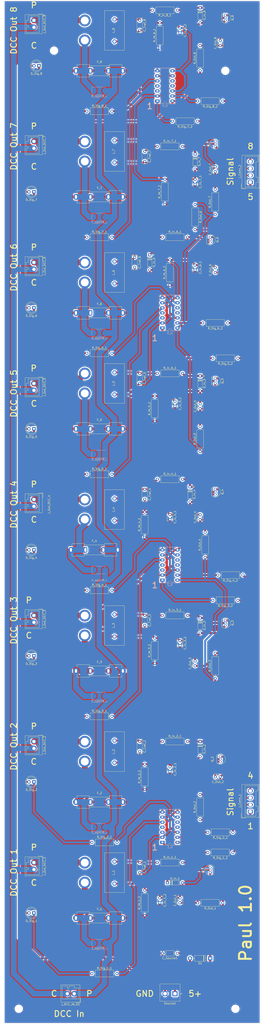
<source format=kicad_pcb>
(kicad_pcb (version 20221018) (generator pcbnew)
  (layers (0 "F.Cu" signal) (31 "B.Cu" signal) (34 "B.Paste" user) (35 "F.Paste" user) (36 "B.SilkS" user "B.Silkscreen") (37 "F.SilkS" user "F.Silkscreen") (38 "B.Mask" user) (39 "F.Mask" user) (44 "Edge.Cuts" user))
  (net 0 "")
  (net 1 "GND")
  (net 2 "Net-(C_In_2_1-Pad1)")
  (net 3 "Net-(C_In_3_2-Pad1)")
  (net 4 "Net-(C_In_4_1-Pad1)")
  (net 5 "Net-(C_In_5_2-Pad1)")
  (net 6 "Net-(C_In_6_1-Pad1)")
  (net 7 "Net-(C_In_7_1-Pad1)")
  (net 8 "Net-(C_In_8_2-Pad1)")
  (net 9 "Net-(C_Out_1-Pad1)")
  (net 10 "Net-(C_Out_2-Pad1)")
  (net 11 "Net-(C_Out_3-Pad1)")
  (net 12 "Net-(C_Out_4-Pad1)")
  (net 13 "Net-(C_Out_5-Pad1)")
  (net 14 "Net-(C_Out_6-Pad1)")
  (net 15 "Net-(C_Out_7-Pad1)")
  (net 16 "Net-(C_Out_8-Pad1)")
  (net 17 "VDD")
  (net 18 "Net-(C_Traf_1-Pad1)")
  (net 19 "Net-(C_Traf_2-Pad1)")
  (net 20 "Net-(C_Traf_3-Pad1)")
  (net 21 "Net-(C_Traf_4-Pad1)")
  (net 22 "Net-(C_Traf_5-Pad1)")
  (net 23 "Net-(C_Traf_6-Pad1)")
  (net 24 "Net-(C_Traf_7-Pad1)")
  (net 25 "Net-(C_Traf_8-Pad1)")
  (net 26 "Net-(D1-Pad2)")
  (net 27 "Net-(D_In_1-Pad1)")
  (net 28 "Net-(D_In_2-Pad1)")
  (net 29 "Net-(D_In_3-Pad1)")
  (net 30 "Net-(D_In_4-Pad1)")
  (net 31 "Net-(D_In_5-Pad1)")
  (net 32 "Net-(D_In_6-Pad1)")
  (net 33 "Net-(D_In_7-Pad1)")
  (net 34 "Net-(D_In_8-Pad1)")
  (net 35 "Net-(D_Sig_1-Pad1)")
  (net 36 "Net-(D_Sig_2-Pad1)")
  (net 37 "Net-(D_Sig_3-Pad1)")
  (net 38 "Net-(D_Sig_4-Pad1)")
  (net 39 "Net-(D_Sig_5-Pad1)")
  (net 40 "Net-(D_Sig_6-Pad1)")
  (net 41 "Net-(D_Sig_7-Pad1)")
  (net 42 "Net-(D_Sig_8-Pad1)")
  (net 43 "Net-(F_1-Pad1)")
  (net 44 "/DCC_In")
  (net 45 "Net-(F_2-Pad1)")
  (net 46 "Net-(F_8-Pad1)")
  (net 47 "/Out-1")
  (net 48 "/Out-2")
  (net 49 "/Out-4")
  (net 50 "/Out-3")
  (net 51 "/Out-5")
  (net 52 "/Out-6")
  (net 53 "/Out-7")
  (net 54 "/Out-8")
  (net 55 "/DCC_Comm")
  (net 56 "Net-(R_Sig_1_1-Pad2)")
  (net 57 "Net-(R_Sig_1_2-Pad2)")
  (net 58 "Net-(R_Sig_2_1-Pad2)")
  (net 59 "Net-(R_Sig_2_2-Pad2)")
  (net 60 "Net-(R_Sig_3_1-Pad2)")
  (net 61 "Net-(R_Sig_3_2-Pad2)")
  (net 62 "Net-(R_Sig_4_1-Pad2)")
  (net 63 "Net-(R_Sig_4_2-Pad2)")
  (net 64 "Net-(R_Sig_5_2-Pad2)")
  (net 65 "Net-(R_Sig_6_1-Pad2)")
  (net 66 "Net-(R_Sig_6_2-Pad2)")
  (net 67 "Net-(R_Sig_7_2-Pad2)")
  (net 68 "Net-(R_Sig_8_2-Pad2)")
  (net 85 "Net-(F_3-Pad1)")
  (net 86 "Net-(F_4-Pad1)")
  (net 87 "Net-(F_5-Pad1)")
  (net 88 "Net-(F_6-Pad1)")
  (net 89 "Net-(F_7-Pad1)")
  (net 90 "Net-(J_Out_DCC_1-Pad1)")
  (net 91 "Net-(J_Out_DCC_2-Pad1)")
  (net 92 "Net-(J_Out_DCC_3-Pad1)")
  (net 93 "Net-(J_Out_DCC_4-Pad1)")
  (net 94 "Net-(J_Out_DCC_5-Pad1)")
  (net 95 "Net-(J_Out_DCC_6-Pad1)")
  (net 96 "Net-(J_Out_DCC_7-Pad1)")
  (net 97 "Net-(J_Out_DCC_8-Pad1)")
  (net 98 "Net-(R_Sig_5_1-Pad2)")
  (net 99 "Net-(R_Sig_7_1-Pad2)")
  (net 100 "Net-(R_Sig_8_1-Pad2)")
  (net 101 "Net-(C_In_1_2-Pad1)")
  (footprint "Resistor_THT:R_Axial_DIN0309_L9.0mm_D3.2mm_P12.70mm_Horizontal" (layer "F.Cu") (at 39.37 7.62 180)
    (fp_text reference "R_Sig_6_2")
    (fp_text value "1K")
  )
  (footprint "Connector_Wago:Wago_734-132_1x02_P3.50mm_Vertical" (layer "F.Cu") (at -58.42 218.44 -90)
    (fp_text reference "J_Out_DCC_2")
    (fp_text value "Conn_01x02_Female" hide)
  )
  (footprint "Capacitor_THT:C_Disc_D3.8mm_W2.6mm_P2.50mm" (layer "F.Cu") (at 22.86 -64.71 -90)
    (fp_text reference "C_In_7_1")
    (fp_text value "100nF")
  )
  (footprint "MountingHole:MountingHole_3.2mm_M3" (layer "F.Cu") (at -66.04 353.06)
    (fp_text reference "REF**" hide)
    (fp_text value "MountingHole_3.2mm_M3")
  )
  (footprint "LED_THT:LED_D5.0mm" (layer "F.Cu") (at -58.42 304.8 180)
    (fp_text reference "D_Sig_1")
    (fp_text value "LED" hide)
  )
  (footprint "Custom_Library:Transformator_Murata" (layer "F.Cu") (at -17.78 -78.74 90)
    (fp_text reference "L_7")
    (fp_text value "L")
  )
  (footprint "Resistor_THT:R_Axial_DIN0309_L9.0mm_D3.2mm_P12.70mm_Horizontal" (layer "F.Cu") (at 41.91 274.32 180)
    (fp_text reference "R_Sig_1_2")
    (fp_text value "1K" hide)
  )
  (footprint "Resistor_THT:R_Axial_DIN0309_L9.0mm_D3.2mm_P12.70mm_Horizontal" (layer "F.Cu") (at 41.91 264.16 180)
    (fp_text reference "R_Sig_2_2")
    (fp_text value "1K" hide)
  )
  (footprint "Capacitor_THT:C_Disc_D3.8mm_W2.6mm_P2.50mm" (layer "F.Cu") (at 15.24 167.64 -90)
    (fp_text reference "C_In_3_2")
    (fp_text value "100nF")
  )
  (footprint "Package_TO_SOT_THT:TO-92_Inline" (layer "F.Cu") (at 30.48 284.48 90)
    (fp_text reference "Q_1")
    (fp_text value "BC547" hide)
  )
  (footprint "Diode_THT:D_DO-35_SOD27_P7.62mm_Horizontal" (layer "F.Cu") (at 0 -26.67 -90)
    (fp_text reference "D_In_6")
    (fp_text value "1N4148")
  )
  (footprint "MountingHole:MountingHole_3.2mm_M3" (layer "F.Cu") (at 38.1 -119.38)
    (fp_text reference "REF**" hide)
    (fp_text value "MountingHole_3.2mm_M3")
  )
  (footprint "Capacitor_THT:C_Disc_D3.8mm_W2.6mm_P2.50mm" (layer "F.Cu") (at 12.7 47.05 -90)
    (fp_text reference "C_In_5_2")
    (fp_text value "100nF")
  )
  (footprint "Capacitor_THT:C_Disc_D3.8mm_W2.6mm_P2.50mm" (layer "F.Cu") (at 33.02 -17.78 90)
    (fp_text reference "C_Out_6")
    (fp_text value "2,2n")
  )
  (footprint "Resistor_THT:R_Axial_DIN0309_L9.0mm_D3.2mm_P12.70mm_Horizontal" (layer "F.Cu") (at -2.54 115.57 90)
    (fp_text reference "R_IN_4_2")
    (fp_text value "470K" hide)
  )
  (footprint "Resistor_THT:R_Axial_DIN0309_L9.0mm_D3.2mm_P12.70mm_Horizontal" (layer "F.Cu") (at 6.35 -35.56)
    (fp_text reference "R_In_6_1")
    (fp_text value "22K")
  )
  (footprint "Capacitor_THT:C_Disc_D3.8mm_W2.6mm_P2.50mm" (layer "F.Cu") (at 10.16 104.14 -90)
    (fp_text reference "C_In_4_1")
    (fp_text value "100nF")
  )
  (footprint "Resistor_THT:R_Axial_DIN0309_L9.0mm_D3.2mm_P12.70mm_Horizontal" (layer "F.Cu") (at 24.13 -93.98 180)
    (fp_text reference "R_Sig_7_2")
    (fp_text value "1K")
  )
  (footprint "Resistor_THT:R_Axial_DIN0309_L9.0mm_D3.2mm_P12.70mm_Horizontal" (layer "F.Cu") (at 2.54 57.15 90)
    (fp_text reference "R_IN_5_2")
    (fp_text value "470K")
  )
  (footprint "LED_THT:LED_D5.0mm" (layer "F.Cu") (at -58.42 -58.42 180)
    (fp_text reference "D_Sig_7")
    (fp_text value "LED")
  )
  (footprint "Package_TO_SOT_THT:TO-92_Inline" (layer "F.Cu") (at 33.02 91.44 -90)
    (fp_text reference "Q_4")
    (fp_text value "BC547")
  )
  (footprint "Capacitor_THT:C_Disc_D3.8mm_W2.6mm_P2.50mm" (layer "F.Cu") (at 22.86 -21.53 -90)
    (fp_text reference "C_In_6_1")
    (fp_text value "100nF")
  )
  (footprint "Capacitor_THT:C_Disc_D3.8mm_W2.6mm_P2.50mm" (layer "F.Cu") (at 15.24 299.68 90)
    (fp_text reference "C_Out_1")
    (fp_text value "2,2n" hide)
  )
  (footprint "Resistor_THT:R_Axial_DIN0309_L9.0mm_D3.2mm_P12.70mm_Horizontal" (layer "F.Cu") (at 1.27 -149.86)
    (fp_text reference "R_In_8_1")
    (fp_text value "22K")
  )
  (footprint "Resistor_THT:R_Axial_DIN0309_L9.0mm_D3.2mm_P12.70mm_Horizontal" (layer "F.Cu") (at 6.35 218.44)
    (fp_text reference "R_In_2_1")
    (fp_text value "22K" hide)
  )
  (footprint "Capacitor_THT:C_Rect_L7.0mm_W2.5mm_P5.00mm" (layer "F.Cu") (at -5.08 -144.78 -90)
    (fp_text reference "C_Traf_8")
    (fp_text value "2200pf")
  )
  (footprint "Custom_Library:Transformator_Murata" (layer "F.Cu") (at -17.78 -17.78 90)
    (fp_text reference "L_6")
    (fp_text value "L")
  )
  (footprint "Diode_THT:D_DO-35_SOD27_P7.62mm_Horizontal" (layer "F.Cu") (at 25.4 34.29 -90)
    (fp_text reference "D_In_5")
    (fp_text value "1N4148")
  )
  (footprint "Diode_THT:D_DO-35_SOD27_P7.62mm_Horizontal" (layer "F.Cu") (at 22.86 -77.47 -90)
    (fp_text reference "D_In_7")
    (fp_text value "1N4148")
  )
  (footprint "Resistor_THT:R_Axial_DIN0309_L9.0mm_D3.2mm_P12.70mm_Horizontal" (layer "F.Cu") (at 44.45 147.32 180)
    (fp_text reference "R_Sig_3_2")
    (fp_text value "1K")
  )
  (footprint "Diode_THT:D_DO-41_SOD81_P10.16mm_Horizontal" (layer "F.Cu") (at 30.48 327.66 180)
    (fp_text reference "D1")
    (fp_text value "1N5819" hide)
  )
  (footprint "Capacitor_THT:C_Disc_D3.8mm_W2.6mm_P2.50mm" (layer "F.Cu") (at 25.4 50.8 90)
    (fp_text reference "C_Out_5")
    (fp_text value "2,2n")
  )
  (footprint "Capacitor_THT:C_Rect_L7.0mm_W2.5mm_P5.00mm" (layer "F.Cu") (at -5.08 279.4 -90)
    (fp_text reference "C_Traf_1")
    (fp_text value "2200pf" hide)
  )
  (footprint "Fuse:Fuseholder_Clip-5x20mm_Keystone_3512_Inline_P23.62x7.27mm_D1.02x1.57mm_Horizontal" (layer "F.Cu") (at -37.21 248.92)
    (fp_text reference "F_2")
    (fp_text value "1A" hide)
  )
  (footprint "Package_TO_SOT_THT:TO-92_Inline" (layer "F.Cu") (at 33.02 35.56 -90)
    (fp_text reference "Q_5")
    (fp_text value "BC547")
  )
  (footprint "Capacitor_THT:C_Rect_L7.0mm_W2.5mm_P5.00mm" (layer "F.Cu") (at -5.08 218.44 -90)
    (fp_text reference "C_Traf_2")
    (fp_text value "2200pf" hide)
  )
  (footprint "MountingHole:MountingHole_3.2mm_M3" (layer "F.Cu") (at -48.26 -129.54)
    (fp_text reference "REF**" hide)
    (fp_text value "MountingHole_3.2mm_M3")
  )
  (footprint "Capacitor_THT:C_Disc_D3.8mm_W2.6mm_P2.50mm" (layer "F.Cu") (at 35.56 -132.08 90)
    (fp_text reference "C_Out_8")
    (fp_text value "2,2n")
  )
  (footprint "Capacitor_THT:C_Disc_D3.8mm_W2.6mm_P2.50mm" (layer "F.Cu") (at 33.02 -68.58 90)
    (fp_text reference "C_Out_7")
    (fp_text value "2,2n")
  )
  (footprint "Resistor_THT:R_Axial_DIN0309_L9.0mm_D3.2mm_P12.70mm_Horizontal" (layer "F.Cu") (at -31.75 142.24)
    (fp_text reference "R_Sig_4_1")
    (fp_text value "1K" hide)
  )
  (footprint "Resistor_THT:R_Axial_DIN0309_L9.0mm_D3.2mm_P12.70mm_Horizontal" (layer "F.Cu") (at 36.83 299.72 180)
    (fp_text reference "R_Out_1")
    (fp_text value "R")
  )
  (footprint "Resistor_THT:R_Axial_DIN0309_L9.0mm_D3.2mm_P12.70mm_Horizontal" (layer "F.Cu") (at 44.45 25.4 180)
    (fp_text reference "R_Sig_5_2")
    (fp_text value "1K")
  )
  (footprint "Custom_Library:Transformator_Murata" (layer "F.Cu") (at -17.78 -139.7 90)
    (fp_text reference "L_8")
    (fp_text value "L")
  )
  (footprint "Package_TO_SOT_THT:TO-92_Inline" (layer "F.Cu") (at 30.48 -35.56 -90)
    (fp_text reference "Q_6")
    (fp_text value "BC547")
  )
  (footprint "Resistor_THT:R_Axial_DIN0309_L9.0mm_D3.2mm_P12.70mm_Horizontal" (layer "F.Cu") (at 33.02 -46.99 90)
    (fp_text reference "R_Out_7")
    (fp_text value "R")
  )
  (footprint "Resistor_THT:R_Axial_DIN0309_L9.0mm_D3.2mm_P12.70mm_Horizontal" (layer "F.Cu") (at -31.75 22.86)
    (fp_text reference "R_Sig_6_1")
    (fp_text value "1K")
  )
  (footprint "Package_TO_SOT_THT:TO-92_Inline" (layer "F.Cu") (at 38.1 -147.32 -90)
    (fp_text reference "Q_8")
    (fp_text value "BC547")
  )
  (footprint "Fuse:Fuseholder_Clip-5x20mm_Keystone_3512_Inline_P23.62x7.27mm_D1.02x1.57mm_Horizontal" (layer "F.Cu") (at -37.21 307.34)
    (fp_text reference "F_1")
    (fp_text value "1A" hide)
  )
  (footprint "LED_THT:LED_D5.0mm" (layer "F.Cu") (at -58.42 175.26 180)
    (fp_text reference "D_Sig_3")
    (fp_text value "LED")
  )
  (footprint "Connector_Wago:Wago_734-132_1x02_P3.50mm_Vertical" (layer "F.Cu") (at -38.1 345.44 180)
    (fp_text reference "J_DCC_IN_G1")
    (fp_text value "Conn_01x02_Female" hide)
  )
  (footprint "Capacitor_THT:C_Rect_L7.0mm_W2.5mm_P5.00mm" (layer "F.Cu") (at -7.62 -25.4 -90)
    (fp_text reference "C_Traf_6")
    (fp_text value "2200pf")
  )
  (footprint "Resistor_THT:R_Axial_DIN0309_L9.0mm_D3.2mm_P12.70mm_Horizontal" (layer "F.Cu") (at 2.54 179.07 90)
    (fp_text reference "R_IN_3_2")
    (fp_text value "470K" hide)
  )
  (footprint "Connector_Wago:Wago_734-132_1x02_P3.50mm_Vertical" (layer "F.Cu") (at -58.42 38.1 -90)
    (fp_text reference "J_Out_DCC_5")
    (fp_text value "Conn_01x02_Female")
  )
  (footprint "Resistor_THT:R_Axial_DIN0309_L9.0mm_D3.2mm_P12.70mm_Horizontal" (layer "F.Cu") (at 27.94 125.73 90)
    (fp_text reference "R_Out_4")
    (fp_text value "R" hide)
  )
  (footprint "Resistor_THT:R_Axial_DIN0309_L9.0mm_D3.2mm_P12.70mm_Horizontal" (layer "F.Cu") (at 5.08 -130.81 90)
    (fp_text reference "R_IN_8_2")
    (fp_text value "470K")
  )
  (footprint "Capacitor_THT:C_Axial_L3.8mm_D2.6mm_P7.50mm_Horizontal" (layer "F.Cu") (at 13.91 325.12 180)
    (fp_text reference "C_Source1")
    (fp_text value "10u" hide)
  )
  (footprint "Connector_Wago:Wago_734-132_1x02_P3.50mm_Vertical" (layer "F.Cu") (at -58.42 -83.82 -90)
    (fp_text reference "J_Out_DCC_7")
    (fp_text value "Conn_01x02_Female")
  )
  (footprint "Diode_THT:D_DO-35_SOD27_P7.62mm_Horizontal" (layer "F.Cu") (at 20.32 90.17 -90)
    (fp_text reference "D_In_4")
    (fp_text value "1N4148")
  )
  (footprint "Custom_Library:Transformator_Murata" (layer "F.Cu") (at -17.78 38.1 90)
    (fp_text reference "L_5")
    (fp_text value "L")
  )
  (footprint "Resistor_THT:R_Axial_DIN0309_L9.0mm_D3.2mm_P12.70mm_Horizontal" (layer "F.Cu") (at -31.75 -35.56)
    (fp_text reference "R_Sig_7_1")
    (fp_text value "1K")
  )
  (footprint "Resistor_THT:R_Axial_DIN0309_L9.0mm_D3.2mm_P12.70mm_Horizontal" (layer "F.Cu") (at 22.86 -52.07 -90)
    (fp_text reference "R_Out_6")
    (fp_text value "R")
  )
  (footprint "Fuse:Fuseholder_Clip-5x20mm_Keystone_3512_Inline_P23.62x7.27mm_D1.02x1.57mm_Horizontal" (layer "F.Cu") (at -37.21 -119.38)
    (fp_text reference "F_8")
    (fp_text value "1A")
  )
  (footprint "Connector_Wago:Wago_734-132_1x02_P3.50mm_Vertical" (layer "F.Cu") (at -58.42 -144.78 -90)
    (fp_text reference "J_Out_DCC_8")
    (fp_text value "Conn_01x02_Female")
  )
  (footprint "Resistor_THT:R_Axial_DIN0309_L9.0mm_D3.2mm_P12.70mm_Horizontal" (layer "F.Cu") (at -31.75 -99.06)
    (fp_text reference "R_Sig_8_1")
    (fp_text value "1K")
  )
  (footprint "LED_THT:LED_D5.0mm" (layer "F.Cu") (at -55.88 -121.92 180)
    (fp_text reference "D_Sig_8")
    (fp_text value "LED")
  )
  (footprint "Resistor_THT:R_Axial_DIN0309_L9.0mm_D3.2mm_P12.70mm_Horizontal" (layer "F.Cu") (at 33.02 186.69 90)
    (fp_text reference "R_Out_3")
    (fp_text value "R" hide)
  )
  (footprint "LED_THT:LED_D5.0mm" (layer "F.Cu") (at -58.42 0 180)
    (fp_text reference "D_Sig_6")
    (fp_text value "LED")
  )
  (footprint "Capacitor_THT:C_Disc_D3.8mm_W2.6mm_P2.50mm" (layer "F.Cu") (at 22.86 180.34 90)
    (fp_text reference "C_Out_3")
    (fp_text value "2,2n" hide)
  )
  (footprint "Resistor_THT:R_Axial_DIN0309_L9.0mm_D3.2mm_P12.70mm_Horizontal" (layer "F.Cu") (at 25.4 72.39 90)
    (fp_text reference "R_Out_5")
    (fp_text value "R")
  )
  (footprint "Package_TO_SOT_THT:TO-92_Inline" (layer "F.Cu") (at 38.1 157.48 -90)
    (fp_text reference "Q_3")
    (fp_text value "BC547")
  )
  (footprint "Connector_Wago:Wago_734-132_1x02_P3.50mm_Vertical" (layer "F.Cu") (at -58.42 154.94 -90)
    (fp_text reference "J_Out_DCC_3")
    (fp_text value "Conn_01x02_Female" hide)
  )
  (footprint "Resistor_THT:R_Axial_DIN0309_L9.0mm_D3.2mm_P12.70mm_Horizontal" (layer "F.Cu") (at 6.35 154.94)
    (fp_text reference "R_In_3_1")
    (fp_text value "22K" hide)
  )
  (footprint "Resistor_THT:R_Axial_DIN0309_L9.0mm_D3.2mm_P12.70mm_Horizontal" (layer "F.Cu") (at 10.16 -11.43 90)
    (fp_text reference "R_IN_6_2")
    (fp_text value "470K")
  )
  (footprint "Connector_Wago:Wago_734-132_1x02_P3.50mm_Vertical" (layer "F.Cu") (at -58.42 279.4 -90)
    (fp_text reference "J_Out_DCC_1")
    (fp_text value "Conn_01x02_Female" hide)
  )
  (footprint "Package_TO_SOT_THT:TO-92_Inline" (layer "F.Cu") (at 33.02 -81.28 90)
    (fp_text reference "Q_7")
    (fp_text value "BC547")
  )
  (footprint "Fuse:Fuseholder_Clip-5x20mm_Keystone_3512_Inline_P23.62x7.27mm_D1.02x1.57mm_Horizontal" (layer "F.Cu") (at -37.21 2.54)
    (fp_text reference "F_6")
    (fp_text value "1A")
  )
  (footprint "Custom_Library:Transformator_Murata" (layer "F.Cu") (at -17.78 223.52 90)
    (fp_text reference "L_2")
    (fp_text value "L" hide)
  )
  (footprint "LED_THT:LED_D5.0mm" (layer "F.Cu") (at -58.42 60.96 180)
    (fp_text reference "D_Sig_5")
    (fp_text value "LED")
  )
  (footprint "Diode_THT:D_DO-35_SOD27_P7.62mm_Horizontal" (layer "F.Cu") (at 25.4 156.21 -90)
    (fp_text reference "D_In_3")
    (fp_text value "1N4148" hide)
  )
  (footprint "Connector_Wago:Wago_734-132_1x02_P3.50mm_Vertical" (layer "F.Cu") (at -58.42 96.52 -90)
    (fp_text reference "J_Out_DCC_4")
    (fp_text value "Conn_01x02_Female" hide)
  )
  (footprint "Resistor_THT:R_Axial_DIN0309_L9.0mm_D3.2mm_P12.70mm_Horizontal" (layer "F.Cu") (at 3.81 33.02)
    (fp_text reference "R_In_5_1")
    (fp_text value "22K")
  )
  (footprint "Fuse:Fuseholder_Clip-5x20mm_Keystone_3512_Inline_P23.62x7.27mm_D1.02x1.57mm_Horizontal" (layer "F.Cu") (at -37.21 60.96)
    (fp_text reference "F_5")
    (fp_text value "1A")
  )
  (footprint "Diode_THT:D_DO-35_SOD27_P7.62mm_Horizontal" (layer "F.Cu") (at 8.89 289.56)
    (fp_text reference "D_In_1")
    (fp_text value "1N4148" hide)
  )
  (footprint "Resistor_THT:R_Axial_DIN0309_L9.0mm_D3.2mm_P12.70mm_Horizontal" (layer "F.Cu") (at 7.62 -52.07 90)
    (fp_text reference "R_IN_7_2")
    (fp_text value "470K")
  )
  (footprint "Fuse:Fuseholder_Clip-5x20mm_Keystone_3512_Inline_P23.62x7.27mm_D1.02x1.57mm_Horizontal" (layer "F.Cu") (at -37.21 182.88)
    (fp_text reference "F_3")
    (fp_text value "1A" hide)
  )
  (footprint "Resistor_THT:R_Axial_DIN0309_L9.0mm_D3.2mm_P12.70mm_Horizontal" (layer "F.Cu") (at 46.99 134.62 180)
    (fp_text reference "R_Sig_4_2")
    (fp_text value "1K" hide)
  )
  (footprint "Connector_Wago:Wago_734-132_1x02_P3.50mm_Vertical" (layer "F.Cu") (at -58.42 -22.86 -90)
    (fp_text reference "J_Out_DCC_6")
    (fp_text value "Conn_01x02_Female")
  )
  (footprint "Capacitor_THT:C_Rect_L7.0mm_W2.5mm_P5.00mm" (layer "F.Cu") (at -2.54 -78.74 -90)
    (fp_text reference "C_Traf_7")
    (fp_text value "2200pf")
  )
  (footprint "Capacitor_THT:C_Disc_D3.8mm_W2.6mm_P2.50mm" (layer "F.Cu") (at 10.16 231.14 -90)
    (fp_text reference "C_In_2_1")
    (fp_text value "100nF")
  )
  (footprint "Resistor_THT:R_Axial_DIN0309_L9.0mm_D3.2mm_P12.70mm_Horizontal" (layer "F.Cu") (at -2.54 242.57 90)
    (fp_text reference "R_IN_2_2")
    (fp_text value "470K" hide)
  )
  (footprint "LED_THT:LED_D5.0mm" (layer "F.Cu") (at -58.42 238.76 180)
    (fp_text reference "D_Sig_2")
    (fp_text value "LED" hide)
  )
  (footprint "Resistor_THT:R_Axial_DIN0309_L9.0mm_D3.2mm_P12.70mm_Horizontal" (layer "F.Cu") (at -29.21 269.24)
    (fp_text reference "R_Sig_2_1")
    (fp_text value "1K" hide)
  )
  (footprint "Capacitor_THT:C_Disc_D3.8mm_W2.6mm_P2.50mm" (layer "F.Cu") (at 35.56 236.22 180)
    (fp_text reference "C_Out_2")
    (fp_text value "2,2n" hide)
  )
  (footprint "Custom_Library:Transformator_Murata" (layer "F.Cu") (at -17.78 101.6 90)
    (fp_text reference "L_4")
    (fp_text value "L" hide)
  )
  (footprint "Capacitor_THT:C_Rect_L7.0mm_W2.5mm_P5.00mm" (layer "F.Cu") (at -2.54 154.94 -90)
    (fp_text reference "C_Traf_3")
    (fp_text value "2200pf" hide)
  )
  (footprint "Connector_Wago:Wago_734-134_1x04_P3.50mm_Vertical" (layer "F.Cu") (at 50.7 -63.18 90)
    (fp_text reference "J_Conn_2")
    (fp_text value "Conn_01x04_Female")
  )
  (footprint "Resistor_THT:R_Axial_DIN0309_L9.0mm_D3.2mm_P12.70mm_Horizontal" (layer "F.Cu") (at 3.81 279.4)
    (fp_text reference "R_In_1_1")
    (fp_text value "22K" hide)
  )
  (footprint "Resistor_THT:R_Axial_DIN0309_L9.0mm_D3.2mm_P12.70mm_Horizontal" (layer "F.Cu") (at -2.54 306.07 90)
    (fp_text reference "R_IN_1_2")
    (fp_text value "470K" hide)
  )
  (footprint "LED_THT:LED_D5.0mm" (layer "F.Cu") (at -58.42 121.92 180)
    (fp_text reference "D_Sig_4")
    (fp_text value "LED")
  )
  (footprint "Custom_Library:Transformator_Murata" (layer "F.Cu") (at -17.78 284.48 90)
    (fp_text reference "L_1")
    (fp_text value "L" hide)
  )
  (footprint "Connector_Wago:Wago_734-134_1x04_P3.50mm_Vertical" (layer "F.Cu") (at 50.69 253.76 90)
    (fp_text reference "J_Conn_1")
    (fp_text value "Conn_01x04_Female" hide)
  )
  (footprint "Capacitor_THT:C_Rect_L7.0mm_W2.5mm_P5.00mm" (layer "F.Cu") (at -2.54 91.44 -90)
    (fp_text reference "C_Traf_4")
    (fp_text value "2200pf")
  )
  (footprint "Fuse:Fuseholder_Clip-5x20mm_Keystone_3512_Inline_P23.62x7.27mm_D1.02x1.57mm_Horizontal" (layer "F.Cu") (at -39.75 121.92)
    (fp_text reference "F_4")
    (fp_text value "1A")
  )
  (footprint "Capacitor_THT:C_Disc_D3.8mm_W2.6mm_P2.50mm" (layer "F.Cu") (at 25.4 106.68 90)
    (fp_text reference "C_Out_4")
    (fp_text value "2,2n" hide)
  )
  (footprint "Resistor_THT:R_Axial_DIN0309_L9.0mm_D3.2mm_P12.70mm_Horizontal" (layer "F.Cu") (at 36.83 -104.14 180)
    (fp_text reference "R_Sig_8_2")
    (fp_text value "1K")
  )
  (footprint "Diode_THT:D_DO-35_SOD27_P7.62mm_Horizontal" (layer "F.Cu") (at 25.4 -151.13 -90)
    (fp_text reference "D_In_8")
    (fp_text value "1N4148")
  )
  (footprint "MountingHole:MountingHole_3.2mm_M3" (layer "F.Cu") (at 43.18 353.06)
    (fp_text reference "REF**" hide)
    (fp_text value "MountingHole_3.2mm_M3")
  )
  (footprint "Diode_THT:D_DO-35_SOD27_P7.62mm_Horizontal" (layer "F.Cu") (at 25.4 218.44 -90)
    (fp_text reference "D_In_2")
    (fp_text value "1N4148" hide)
  )
  (footprint "Capacitor_THT:C_Disc_D3.8mm_W2.6mm_P2.50mm" (layer "F.Cu") (at 15.24 -140.91 -90)
    (fp_text reference "C_In_8_2")
    (fp_text value "100nF")
  )
  (footprint "Resistor_THT:R_Axial_DIN0309_L9.0mm_D3.2mm_P12.70mm_Horizontal" (layer "F.Cu") (at -31.75 205.74)
    (fp_text reference "R_Sig_3_1")
    (fp_text value "1K" hide)
  )
  (footprint "Fuse:Fuseholder_Clip-5x20mm_Keystone_3512_Inline_P23.62x7.27mm_D1.02x1.57mm_Horizontal" (layer "F.Cu") (at -37.21 -55.88)
    (fp_text reference "F_7")
    (fp_text value "1A")
  )
  (footprint "Resistor_THT:R_Axial_DIN0309_L9.0mm_D3.2mm_P12.70mm_Horizontal" (layer "F.Cu") (at 3.81 86.36)
    (fp_text reference "R_In_4_1")
    (fp_text value "22K")
  )
  (footprint "Capacitor_THT:C_Disc_D3.8mm_W2.6mm_P2.50mm" (layer "F.Cu") (at 5.08 297.18 -90)
    (fp_text reference "C_In_1_2")
    (fp_text value "100nF" hide)
  )
  (footprint "Resistor_THT:R_Axial_DIN0309_L9.0mm_D3.2mm_P12.70mm_Horizontal" (layer "F.Cu") (at 25.4 257.81 90)
    (fp_text reference "R_Out_2")
    (fp_text value "R" hide)
  )
  (footprint "Custom_Library:Transformator_Murata" (layer "F.Cu") (at -17.78 160.02 90)
    (fp_text reference "L_3")
    (fp_text value "L" hide)
  )
  (footprint "Resistor_THT:R_Axial_DIN0309_L9.0mm_D3.2mm_P12.70mm_Horizontal" (layer "F.Cu") (at -31.75 83.82)
    (fp_text reference "R_Sig_5_1")
    (fp_text value "1K")
  )
  (footprint "Capacitor_THT:C_Rect_L7.0mm_W2.5mm_P5.00mm" (layer "F.Cu") (at -5.08 33.02 -90)
    (fp_text reference "C_Traf_5")
    (fp_text value "2200pf")
  )
  (footprint "Resistor_THT:R_Axial_DIN0309_L9.0mm_D3.2mm_P12.70mm_Horizontal" (layer "F.Cu") (at 25.4 -119.38 90)
    (fp_text reference "R_Out_8")
    (fp_text value "R")
  )
  (footprint "Connector_JST:JST_NV_B02P-NV_1x02_P5.00mm_Vertical" (layer "F.Cu") (at 12.7 345.44 180)
    (fp_text reference "Source1")
    (fp_text value "Conn_01x02_Female" hide)
  )
  (footprint "Resistor_THT:R_Axial_DIN0309_L9.0mm_D3.2mm_P12.70mm_Horizontal" (layer "F.Cu") (at 3.81 -81.28)
    (fp_text reference "R_In_7_1")
    (fp_text value "22K")
  )
  (footprint "Package_TO_SOT_THT:TO-92_Inline" (layer "F.Cu") (at 35.56 226.06 -90)
    (fp_text reference "Q_2")
    (fp_text value "BC547" hide)
  )
  (footprint "Resistor_THT:R_Axial_DIN0309_L9.0mm_D3.2mm_P12.70mm_Horizontal" (layer "F.Cu") (at -29.21 335.28)
    (fp_text reference "R_Sig_1_1")
    (fp_text value "1K" hide)
  )
  (footprint "Package_DIP:DIP-14_W7.62mm_Socket_LongPads" (layer "B.Cu") (at 6.36 10.165)
    (fp_text reference "U_3")
    (fp_text value "NE556")
  )
  (footprint "LED_SMD:LED_2512_6332Metric" (layer "B.Cu") (at -25.4 73.66)
    (fp_text reference "J_Bridge_5")
    (fp_text value "Conn_01x02_Female")
  )
  (footprint "LED_SMD:LED_2512_6332Metric" (layer "B.Cu") (at -25.4 320.04)
    (fp_text reference "J_Bridge_1")
    (fp_text value "Conn_01x02_Female" hide)
  )
  (footprint "LED_SMD:LED_2512_6332Metric" (layer "B.Cu") (at -25.4 12.7)
    (fp_text reference "J_Bridge_6")
    (fp_text value "Conn_01x02_Female")
  )
  (footprint "LED_SMD:LED_2512_6332Metric" (layer "B.Cu") (at -25.4 261.62)
    (fp_text reference "J_Bridge_2")
    (fp_text value "Conn_01x02_Female" hide)
  )
  (footprint "Package_DIP:DIP-14_W7.62mm_Socket_LongPads" (layer "B.Cu") (at 6.36 269.245)
    (fp_text reference "U_1")
    (fp_text value "NE556" hide)
  )
  (footprint "LED_SMD:LED_2512_6332Metric" (layer "B.Cu") (at -25.4 -109.22)
    (fp_text reference "J_Bridge_8")
    (fp_text value "Conn_01x02_Female")
  )
  (footprint "LED_SMD:LED_2512_6332Metric" (layer "B.Cu") (at -25.4 -45.72)
    (fp_text reference "J_Bridge_7")
    (fp_text value "Conn_01x02_Female")
  )
  (footprint "LED_SMD:LED_2512_6332Metric" (layer "B.Cu") (at -25.4 132.08)
    (fp_text reference "J_Bridge_4")
    (fp_text value "Conn_01x02_Female")
  )
  (footprint "Package_DIP:DIP-14_W7.62mm_Socket_LongPads" (layer "B.Cu") (at 3.82 -104.135)
    (fp_text reference "U_4")
    (fp_text value "NE556")
  )
  (footprint "LED_SMD:LED_2512_6332Metric" (layer "B.Cu") (at -25.4 195.54)
    (fp_text reference "J_Bridge_3")
    (fp_text value "Conn_01x02_Female")
  )
  (footprint "Package_DIP:DIP-14_W7.62mm_Socket_LongPads" (layer "B.Cu") (at 6.36 137.165)
    (fp_text reference "U_2")
    (fp_text value "NE556" hide)
  )
  (gr_rect (start -73.66 -154.94) (end 55.88 360.68) (stroke (width 0.1)) (fill none) (layer "Edge.Cuts"))
  (gr_text "1" (at 2.54 15.24) (layer "B.SilkS") (effects (font (size 3 3) (thickness 0.5))))
  (gr_text "1" (at 2.54 271.78) (layer "B.SilkS") (effects (font (size 3 3) (thickness 0.5))))
  (gr_text "1" (at 2.54 139.7) (layer "B.SilkS") (effects (font (size 3 3) (thickness 0.5))))
  (gr_text "1" (at 0 -101.6) (layer "B.SilkS") (effects (font (size 3 3) (thickness 0.5))))
  (gr_text "1" (at 50.79 261.06) (layer "F.SilkS") (effects (font (size 3 3) (thickness 0.5))))
  (gr_text "8" (at 50.8 -81.28) (layer "F.SilkS") (effects (font (size 3 3) (thickness 0.5))))
  (gr_text "C" (at -58.42 106.68) (layer "F.SilkS") (effects (font (size 3 3) (thickness 0.5))))
  (gr_text "P" (at -58.42 88.9) (layer "F.SilkS") (effects (font (size 3 3) (thickness 0.5))))
  (gr_text "P" (at -58.52 30.48) (layer "F.SilkS") (effects (font (size 3 3) (thickness 0.5))))
  (gr_text "P" (at -58.42 271.78) (layer "F.SilkS") (effects (font (size 3 3) (thickness 0.5))))
  (gr_text "C" (at -58.52 228.6) (layer "F.SilkS") (effects (font (size 3 3) (thickness 0.5))))
  (gr_text "C" (at -58.42 48.26) (layer "F.SilkS") (effects (font (size 3 3) (thickness 0.5))))
  (gr_text "DCC Out 3" (at -68.58 157.44 90) (layer "F.SilkS") (effects (font (size 3 3) (thickness 0.5))))
  (gr_text "4" (at 50.79 235.66) (layer "F.SilkS") (effects (font (size 3 3) (thickness 0.5))))
  (gr_text "C" (at -58.42 -132.08) (layer "F.SilkS") (effects (font (size 3 3) (thickness 0.5))))
  (gr_text "Signal" (at 40.64 -68.58 90) (layer "F.SilkS") (effects (font (size 3 3) (thickness 0.5))))
  (gr_text "C" (at -58.42 -12.7) (layer "F.SilkS") (effects (font (size 3 3) (thickness 0.5))))
  (gr_text "Signal" (at 40.64 248.92 90) (layer "F.SilkS") (effects (font (size 3 3) (thickness 0.5))))
  (gr_text "P" (at -30.48 345.44) (layer "F.SilkS") (effects (font (size 3 3) (thickness 0.5))))
  (gr_text "C" (at -60.96 165.06) (layer "F.SilkS") (effects (font (size 3 3) (thickness 0.5))))
  (gr_text "C" (at -48.26 345.44) (layer "F.SilkS") (effects (font (size 3 3) (thickness 0.5))))
  (gr_text "DCC In" (at -40.64 355.6) (layer "F.SilkS") (effects (font (size 3 3) (thickness 0.5))))
  (gr_text "P" (at -58.42 -30.48) (layer "F.SilkS") (effects (font (size 3 3) (thickness 0.5))))
  (gr_text "GND" (at -2.54 345.44) (layer "F.SilkS") (effects (font (size 3 3) (thickness 0.5))))
  (gr_text "C" (at -58.42 -71.12) (layer "F.SilkS") (effects (font (size 3 3) (thickness 0.5))))
  (gr_text "P" (at -58.42 210.82) (layer "F.SilkS") (effects (font (size 3 3) (thickness 0.5))))
  (gr_text "DCC Out 4" (at -68.58 99.06 90) (layer "F.SilkS") (effects (font (size 3 3) (thickness 0.5))))
  (gr_text "DCC Out 7" (at -68.58 -81.28 90) (layer "F.SilkS") (effects (font (size 3 3) (thickness 0.5))))
  (gr_text "DCC Out 2" (at -68.58 220.98 90) (layer "F.SilkS") (effects (font (size 3 3) (thickness 0.5))))
  (gr_text "DCC Out 6" (at -68.58 -20.32 90) (layer "F.SilkS") (effects (font (size 3 3) (thickness 0.5))))
  (gr_text "P" (at -58.42 -91.44) (layer "F.SilkS") (effects (font (size 3 3) (thickness 0.5))))
  (gr_text "DCC Out 5" (at -68.58 43.18 90) (layer "F.SilkS") (effects (font (size 3 3) (thickness 0.5))))
  (gr_text "5" (at 50.8 -55.88) (layer "F.SilkS") (effects (font (size 3 3) (thickness 0.5))))
  (gr_text "DCC Out 8" (at -68.58 -139.7 90) (layer "F.SilkS") (effects (font (size 3 3) (thickness 0.5))))
  (gr_text "P" (at -58.42 -152.4) (layer "F.SilkS") (effects (font (size 3 3) (thickness 0.5))))
  (gr_text "C" (at -58.42 289.56) (layer "F.SilkS") (effects (font (size 3 3) (thickness 0.5))))
  (gr_text "P" (at -60.96 147.28) (layer "F.SilkS") (effects (font (size 3 3) (thickness 0.5))))
  (gr_text "Paul 1.0" (at 48.26 309.88 90) (layer "F.SilkS") (effects (font (size 6 6) (thickness 1))))
  (gr_text "DCC Out 1" (at -68.58 284.48 90) (layer "F.SilkS") (effects (font (size 3 3) (thickness 0.5))))
  (gr_text "5+" (at 22.86 345.44) (layer "F.SilkS") (effects (font (size 3 3) (thickness 0.5))))
  (segment (start -27.94 165.1) (end -27.94 139.7) (width 1) (layer "F.Cu") (net 1))
  (segment (start -22.86 297.18) (end -22.86 261.62) (width 1) (layer "F.Cu") (net 1))
  (segment (start -10.16 53.34) (end -6.35 57.15) (width 1) (layer "F.Cu") (net 1))
  (segment (start 7.7 345.44) (end 7.7 330.28) (width 1) (layer "F.Cu") (net 1))
  (segment (start -15.24 297.18) (end -22.86 297.18) (width 1) (layer "F.Cu") (net 1))
  (segment (start 7.7 330.28) (end 6.41 328.99) (width 1) (layer "F.Cu") (net 1))
  (segment (start 6.36 -7.63) (end 10.16 -11.43) (width 1) (layer "F.Cu") (net 1))
  (segment (start -1.27 179.07) (end 2.54 179.07) (width 1) (layer "F.Cu") (net 1))
  (segment (start 6.23 242.57) (end 10.16 238.64) (width 1) (layer "F.Cu") (net 1))
  (segment (start -25.4 48.26) (end -20.32 53.34) (width 1) (layer "F.Cu") (net 1))
  (segment (start 5.08 325.12) (end 6.41 325.12) (width 1) (layer "F.Cu") (net 1))
  (segment (start 1.27 306.07) (end 2.54 304.8) (width 1) (layer "F.Cu") (net 1))
  (segment (start 7.62 -52.07) (end 17.72 -52.07) (width 1) (layer "F.Cu") (net 1))
  (segment (start -25.4 213.36) (end -25.4 203.2) (width 1) (layer "F.Cu") (net 1))
  (segment (start -22.86 261.62) (end -17.78 256.54) (width 1) (layer "F.Cu") (net 1))
  (segment (start 22.86 -19.03) (end 22.86 -14.03) (width 1) (layer "F.Cu") (net 1))
  (segment (start -2.54 121.92) (end -2.535 121.925) (width 1) (layer "F.Cu") (net 1))
  (segment (start -2.535 121.925) (end 6.36 121.925) (width 1) (layer "F.Cu") (net 1))
  (segment (start 2.54 57.15) (end 10.1 57.15) (width 1) (layer "F.Cu") (net 1))
  (segment (start 22.86 -57.21) (end 22.86 -62.21) (width 1) (layer "F.Cu") (net 1))
  (segment (start 2.54 179.07) (end 13.97 179.07) (width 1) (layer "F.Cu") (net 1))
  (segment (start -20.32 172.72) (end -27.94 165.1) (width 1) (layer "F.Cu") (net 1))
  (segment (start -10.16 129.54) (end -2.54 121.92) (width 1) (layer "F.Cu") (net 1))
  (segment (start 6.36 254.005) (end 6.36 242.7) (width 1) (layer "F.Cu") (net 1))
  (segment (start 6.35 115.57) (end 7.62 114.3) (width 1) (layer "F.Cu") (net 1))
  (segment (start -5.08 182.88) (end -15.24 172.72) (width 1) (layer "F.Cu") (net 1))
  (segment (start -17.78 15.24) (end -22.86 15.24) (width 1) (layer "F.Cu") (net 1))
  (segment (start 10.16 106.64) (end 10.16 111.76) (width 1) (layer "F.Cu") (net 1))
  (segment (start -5.08 182.88) (end -1.27 179.07) (width 1) (layer "F.Cu") (net 1))
  (segment (start -2.54 317.5) (end 5.08 325.12) (width 1) (layer "F.Cu") (net 1))
  (segment (start -2.54 115.57) (end 6.35 115.57) (width 1) (layer "F.Cu") (net 1))
  (segment (start -2.54 256.54) (end 0 254) (width 1) (layer "F.Cu") (net 1))
  (segment (start -25.4 233.68) (end -25.4 213.36) (width 1) (layer "F.Cu") (net 1))
  (segment (start -16.51 242.57) (end -25.4 233.68) (width 1) (layer "F.Cu") (net 1))
  (segment (start 6.36 -5.075) (end 2.535 -5.075) (width 1) (layer "F.Cu") (net 1))
  (segment (start -6.35 57.15) (end 2.54 57.15) (width 1) (layer "F.Cu") (net 1))
  (segment (start -2.54 306.07) (end -2.54 317.5) (width 1) (layer "F.Cu") (net 1))
  (segment (start -2.54 306.07) (end 1.27 306.07) (width 1) (layer "F.Cu") (net 1))
  (segment (start 6.36 -5.075) (end 6.36 -7.63) (width 1) (layer "F.Cu") (net 1))
  (segment (start 2.535 -5.075) (end -17.78 15.24) (width 1) (layer "F.Cu") (net 1))
  (segment (start 5.08 302.26) (end 5.08 299.68) (width 1) (layer "F.Cu") (net 1))
  (segment (start -20.32 53.34) (end -10.16 53.34) (width 1) (layer "F.Cu") (net 1))
  (segment (start 10.1 57.15) (end 12.7 54.55) (width 1) (layer "F.Cu") (net 1))
  (segment (start 10.16 238.64) (end 10.16 233.64) (width 1) (layer "F.Cu") (net 1))
  (segment (start 6.36 242.7) (end 6.23 242.57) (width 1) (layer "F.Cu") (net 1))
  (segment (start 6.41 328.99) (end 6.41 325.12) (width 1) (layer "F.Cu") (net 1))
  (segment (start 0 254) (end 0.005 254.005) (width 1) (layer "F.Cu") (net 1))
  (segment (start 13.97 179.07) (end 15.24 177.8) (width 1) (layer "F.Cu") (net 1))
  (segment (start 12.7 49.55) (end 12.7 54.55) (width 1) (layer "F.Cu") (net 1))
  (segment (start -17.78 129.54) (end -10.16 129.54) (width 1) (layer "F.Cu") (net 1))
  (segment (start 20.26 -11.43) (end 22.86 -14.03) (width 1) (layer "F.Cu") (net 1))
  (segment (start -2.54 242.57) (end 6.23 242.57) (width 1) (layer "F.Cu") (net 1))
  (segment (start -22.86 15.24) (end -25.4 17.78) (width 1) (layer "F.Cu") (net 1))
  (segment (start -25.4 203.2) (end -5.08 182.88) (width 1) (layer "F.Cu") (net 1))
  (segment (start -15.24 172.72) (end -20.32 172.72) (width 1) (layer "F.Cu") (net 1))
  (segment (start 0.005 254.005) (end 6.36 254.005) (width 1) (layer "F.Cu") (net 1))
  (segment (start 10.16 -11.43) (end 20.26 -11.43) (width 1) (layer "F.Cu") (net 1))
  (segment (start -6.35 306.07) (end -15.24 297.18) (width 1) (layer "F.Cu") (net 1))
  (segment (start -2.54 242.57) (end -16.51 242.57) (width 1) (layer "F.Cu") (net 1))
  (segment (start -25.4 17.78) (end -25.4 48.26) (width 1) (layer "F.Cu") (net 1))
  (segment (start -2.54 115.57) (end -2.54 121.92) (width 1) (layer "F.Cu") (net 1))
  (segment (start -2.54 306.07) (end -6.35 306.07) (width 1) (layer "F.Cu") (net 1))
  (segment (start -17.78 256.54) (end -2.54 256.54) (width 1) (layer "F.Cu") (net 1))
  (segment (start 2.54 304.8) (end 5.08 302.26) (width 1) (layer "F.Cu") (net 1))
  (segment (start 15.24 177.8) (end 15.24 170.14) (width 1) (layer "F.Cu") (net 1))
  (segment (start 7.62 114.3) (end 10.16 111.76) (width 1) (layer "F.Cu") (net 1))
  (segment (start 17.72 -52.07) (end 22.86 -57.21) (width 1) (layer "F.Cu") (net 1))
  (segment (start -27.94 139.7) (end -17.78 129.54) (width 1) (layer "F.Cu") (net 1))
  (segment (start 5.08 -22.86) (end 5.08 -25.4) (width 1) (layer "B.Cu") (net 1))
  (segment (start 2.54 73.66) (end 10.16 81.28) (width 1) (layer "B.Cu") (net 1))
  (segment (start 5.08 -25.4) (end 12.7 -33.02) (width 1) (layer "B.Cu") (net 1))
  (segment (start 7.58 106.64) (end 5.08 104.14) (width 1) (layer "B.Cu") (net 1))
  (segment (start 17.78 -96.52) (end 17.78 -91.44) (width 1) (layer "B.Cu") (net 1))
  (segment (start 5.08 104.14) (end 5.08 99.06) (width 1) (layer "B.Cu") (net 1))
  (segment (start 12.7 -45.72) (end 7.62 -50.8) (width 1) (layer "B.Cu") (net 1))
  (segment (start 12.7 -88.9) (end 10.16 -86.36) (width 1) (layer "B.Cu") (net 1))
  (segment (start 10.16 81.28) (end 10.16 93.98) (width 1) (layer "B.Cu") (net 1))
  (segment (start 15.24 -48.26) (end 12.7 -45.72) (width 1) (layer "B.Cu") (net 1))
  (segment (start 5.085 -119.375) (end 7.62 -116.84) (width 1) (layer "B.Cu") (net 1))
  (segment (start 3.82 -119.375) (end 5.085 -119.375) (width 1) (layer "B.Cu") (net 1))
  (segment (start 3.82 -129.55) (end 5.08 -130.81) (width 1) (layer "B.Cu") (net 1))
  (segment (start 17.78 -91.44) (end 15.24 -88.9) (width 1) (layer "B.Cu") (net 1))
  (segment (start 15.24 -55.88) (end 15.24 -63.5) (width 1) (layer "B.Cu") (net 1))
  (segment (start 15.24 -88.9) (end 12.7 -88.9) (width 1) (layer "B.Cu") (net 1))
  (segment (start 10.16 -11.43) (end 10.16 -17.78) (width 1) (layer "B.Cu") (net 1))
  (segment (start 15.24 -63.5) (end 10.16 -68.58) (width 1) (layer "B.Cu") (net 1))
  (segment (start 11.43 -130.81) (end 15.24 -134.62) (width 1) (layer "B.Cu") (net 1))
  (segment (start 10.16 -17.78) (end 5.08 -22.86) (width 1) (layer "B.Cu") (net 1))
  (segment (start 12.7 -33.02) (end 12.7 -45.72) (width 1) (layer "B.Cu") (net 1))
  (segment (start 11.43 -130.81) (end 5.08 -130.81) (width 1) (layer "B.Cu") (net 1))
  (segment (start 2.54 57.15) (end 2.54 73.66) (width 1) (layer "B.Cu") (net 1))
  (segment (start 7.62 -101.6) (end 10.16 -99.06) (width 1) (layer "B.Cu") (net 1))
  (segment (start 3.82 -119.375) (end 3.82 -129.55) (width 1) (layer "B.Cu") (net 1))
  (segment (start 15.24 -138.41) (end 15.24 -134.62) (width 1) (layer "B.Cu") (net 1))
  (segment (start 7.62 -50.8) (end 7.62 -52.07) (width 1) (layer "B.Cu") (net 1))
  (segment (start 15.24 -99.06) (end 17.78 -96.52) (width 1) (layer "B.Cu") (net 1))
  (segment (start 10.16 93.98) (end 5.08 99.06) (width 1) (layer "B.Cu") (net 1))
  (segment (start 15.24 -55.88) (end 15.24 -48.26) (width 1) (layer "B.Cu") (net 1))
  (segment (start 10.16 -86.36) (end 10.16 -68.58) (width 1) (layer "B.Cu") (net 1))
  (segment (start 10.16 -99.06) (end 15.24 -99.06) (width 1) (layer "B.Cu") (net 1))
  (segment (start 7.62 -116.84) (end 7.62 -101.6) (width 1) (layer "B.Cu") (net 1))
  (segment (start 10.16 106.64) (end 7.58 106.64) (width 1) (layer "B.Cu") (net 1))
  (segment (start 12.705 264.165) (end 13.98 264.165) (width 1) (layer "F.Cu") (net 2))
  (segment (start -2.54 229.87) (end 8.89 229.87) (width 1) (layer "F.Cu") (net 2))
  (segment (start 13.98 254.005) (end 12.695 254.005) (width 1) (layer "F.Cu") (net 2))
  (segment (start 10.16 256.54) (end 10.16 261.62) (width 1) (layer "F.Cu") (net 2))
  (segment (start 21.59 240.03) (end 21.59 229.87) (width 1) (layer "F.Cu") (net 2))
  (segment (start 13.98 247.64) (end 21.59 240.03) (width 1) (layer "F.Cu") (net 2))
  (segment (start 12.695 254.005) (end 10.16 256.54) (width 1) (layer "F.Cu") (net 2))
  (segment (start -3.81 229.87) (end -2.54 229.87) (width 1) (layer "F.Cu") (net 2))
  (segment (start 30.48 228.6) (end 35.56 228.6) (width 1) (layer "F.Cu") (net 2))
  (segment (start 13.98 254.005) (end 13.98 247.64) (width 1) (layer "F.Cu") (net 2))
  (segment (start 22.86 228.6) (end 25.4 226.06) (width 1) (layer "F.Cu") (net 2))
  (segment (start 22.86 228.6) (end 30.48 228.6) (width 1) (layer "F.Cu") (net 2))
  (segment (start 21.59 229.87) (end 22.86 228.6) (width 1) (layer "F.Cu") (net 2))
  (segment (start 8.89 229.87) (end 11.43 229.87) (width 1) (layer "F.Cu") (net 2))
  (segment (start 33.06 231.18) (end 30.48 228.6) (width 1) (layer "F.Cu") (net 2))
  (segment (start 33.06 236.22) (end 33.06 231.18) (width 1) (layer "F.Cu") (net 2))
  (segment (start -5.08 228.6) (end -5.08 223.44) (width 1) (layer "F.Cu") (net 2))
  (segment (start -17.78 229.07) (end -4.61 229.07) (width 1) (layer "F.Cu") (net 2))
  (segment (start 10.16 231.14) (end 11.43 229.87) (width 1) (layer "F.Cu") (net 2))
  (segment (start 10.16 261.62) (end 12.705 264.165) (width 1) (layer "F.Cu") (net 2))
  (segment (start -4.61 229.07) (end -5.08 228.6) (width 1) (layer "F.Cu") (net 2))
  (segment (start -4.61 229.07) (end -3.81 229.87) (width 1) (layer "F.Cu") (net 2))
  (segment (start 11.43 229.87) (end 21.59 229.87) (width 1) (layer "F.Cu") (net 2))
  (segment (start -17.78 165.57) (end -3.010001 165.570001) (width 1) (layer "F.Cu") (net 3))
  (segment (start -2.54 165.1) (end -3.010001 165.570001) (width 1) (layer "F.Cu") (net 3))
  (segment (start 22.86 177.84) (end 22.86 167.64) (width 1) (layer "F.Cu") (net 3))
  (segment (start 22.225 167.005) (end 25.4 163.83) (width 1) (layer "F.Cu") (net 3))
  (segment (start -25.4 152.4) (end -20.32 147.32) (width 1) (layer "F.Cu") (net 3))
  (segment (start -15.24 147.32) (end -2.54 134.62) (width 1) (layer "F.Cu") (net 3))
  (segment (start -3.010001 165.570001) (end 1.740001 165.570001) (width 1) (layer "F.Cu") (net 3))
  (segment (start -2.54 159.94) (end -2.54 165.1) (width 1) (layer "F.Cu") (net 3))
  (segment (start -20.32 147.32) (end -15.24 147.32) (width 1) (layer "F.Cu") (net 3))
  (segment (start 21.59 167.64) (end 22.225 167.005) (width 1) (layer "F.Cu") (net 3))
  (segment (start 25.4 163.83) (end 34.29 163.83) (width 1) (layer "F.Cu") (net 3))
  (segment (start 6.36 134.625) (end -2.545 134.625) (width 1) (layer "F.Cu") (net 3))
  (segment (start 1.740001 165.570001) (end 2.54 166.37) (width 1) (layer "F.Cu") (net 3))
  (segment (start 15.24 167.64) (end 21.59 167.64) (width 1) (layer "F.Cu") (net 3))
  (segment (start -25.4 160.02) (end -25.4 152.4) (width 1) (layer "F.Cu") (net 3))
  (segment (start 2.54 166.37) (end 13.97 166.37) (width 1) (layer "F.Cu") (net 3))
  (segment (start 34.29 163.83) (end 38.1 160.02) (width 1) (layer "F.Cu") (net 3))
  (segment (start -17.78 165.57) (end -19.85 165.57) (width 1) (layer "F.Cu") (net 3))
  (segment (start -19.85 165.57) (end -25.4 160.02) (width 1) (layer "F.Cu") (net 3))
  (segment (start 13.97 166.37) (end 15.24 167.64) (width 1) (layer "F.Cu") (net 3))
  (segment (start 22.86 167.64) (end 22.225 167.005) (width 1) (layer "F.Cu") (net 3))
  (segment (start 6.36 134.625) (end 7.615 134.625) (width 1) (layer "B.Cu") (net 3))
  (segment (start 10.16 127) (end 7.625 124.465) (width 1) (layer "B.Cu") (net 3))
  (segment (start 7.615 134.625) (end 10.16 132.08) (width 1) (layer "B.Cu") (net 3))
  (segment (start 10.16 132.08) (end 10.16 127) (width 1) (layer "B.Cu") (net 3))
  (segment (start 7.625 124.465) (end 6.36 124.465) (width 1) (layer "B.Cu") (net 3))
  (segment (start 27.94 93.98) (end 24.13 97.79) (width 1) (layer "F.Cu") (net 4))
  (segment (start 10.16 129.54) (end 12.705 132.085) (width 1) (layer "F.Cu") (net 4))
  (segment (start 13.98 121.925) (end 12.695 121.925) (width 1) (layer "F.Cu") (net 4))
  (segment (start 33.02 93.98) (end 27.94 93.98) (width 1) (layer "F.Cu") (net 4))
  (segment (start -13.17 107.15) (end -8.89 102.87) (width 1) (layer "F.Cu") (net 4))
  (segment (start -2.54 102.87) (end 8.89 102.87) (width 1) (layer "F.Cu") (net 4))
  (segment (start -2.54 96.44) (end -2.54 102.87) (width 1) (layer "F.Cu") (net 4))
  (segment (start 8.89 102.87) (end 10.16 104.14) (width 1) (layer "F.Cu") (net 4))
  (segment (start 17.78 104.14) (end 25.36 104.14) (width 1) (layer "F.Cu") (net 4))
  (segment (start -8.89 102.87) (end -2.54 102.87) (width 1) (layer "F.Cu") (net 4))
  (segment (start 12.695 121.925) (end 10.16 124.46) (width 1) (layer "F.Cu") (net 4))
  (segment (start 10.16 104.14) (end 17.78 104.14) (width 1) (layer "F.Cu") (net 4))
  (segment (start 20.32 97.79) (end 20.32 104.14) (width 1) (layer "F.Cu") (net 4))
  (segment (start 13.98 121.925) (end 17.78 118.125) (width 1) (layer "F.Cu") (net 4))
  (segment (start 24.13 97.79) (end 20.32 97.79) (width 1) (layer "F.Cu") (net 4))
  (segment (start -17.78 107.15) (end -13.17 107.15) (width 1) (layer "F.Cu") (net 4))
  (segment (start 17.78 118.125) (end 17.78 104.14) (width 1) (layer "F.Cu") (net 4))
  (segment (start 12.705 132.085) (end 13.98 132.085) (width 1) (layer "F.Cu") (net 4))
  (segment (start 25.36 104.14) (end 25.4 104.18) (width 1) (layer "F.Cu") (net 4))
  (segment (start 10.16 124.46) (end 10.16 129.54) (width 1) (layer "F.Cu") (net 4))
  (segment (start 25.4 48.3) (end 25.4 41.91) (width 1) (layer "F.Cu") (net 5))
  (segment (start 25.4 41.91) (end 31.75 41.91) (width 1) (layer "F.Cu") (net 5))
  (segment (start -10.16 43.1) (end -5.08 38.02) (width 1) (layer "F.Cu") (net 5))
  (segment (start 10.1 44.45) (end 12.7 47.05) (width 1) (layer "F.Cu") (net 5))
  (segment (start -10.16 43.18) (end -10.16 43.1) (width 1) (layer "F.Cu") (net 5))
  (segment (start 33.02 40.64) (end 33.02 38.1) (width 1) (layer "F.Cu") (net 5))
  (segment (start 12.64 41.91) (end 25.4 41.91) (width 1) (layer "F.Cu") (net 5))
  (segment (start -10.63 43.65) (end -10.16 43.18) (width 1) (layer "F.Cu") (net 5))
  (segment (start -9.83 44.45) (end 2.54 44.45) (width 1) (layer "F.Cu") (net 5))
  (segment (start -17.78 43.65) (end -10.63 43.65) (width 1) (layer "F.Cu") (net 5))
  (segment (start 2.54 44.45) (end 10.1 44.45) (width 1) (layer "F.Cu") (net 5))
  (segment (start 10.1 44.45) (end 12.64 41.91) (width 1) (layer "F.Cu") (net 5))
  (segment (start 31.75 41.91) (end 33.02 40.64) (width 1) (layer "F.Cu") (net 5))
  (segment (start -10.63 43.65) (end -9.83 44.45) (width 1) (layer "F.Cu") (net 5))
  (segment (start 0 11.785) (end 0 35.56) (width 1) (layer "B.Cu") (net 5))
  (segment (start 6.36 7.625) (end 4.16 7.625) (width 1) (layer "B.Cu") (net 5))
  (segment (start 6.36 7.625) (end 7.615 7.625) (width 1) (layer "B.Cu") (net 5))
  (segment (start 7.615 7.625) (end 10.16 5.08) (width 1) (layer "B.Cu") (net 5))
  (segment (start 0 35.56) (end -2.46 38.02) (width 1) (layer "B.Cu") (net 5))
  (segment (start 7.625 -2.535) (end 6.36 -2.535) (width 1) (layer "B.Cu") (net 5))
  (segment (start -2.46 38.02) (end -5.08 38.02) (width 1) (layer "B.Cu") (net 5))
  (segment (start 10.16 5.08) (end 10.16 0) (width 1) (layer "B.Cu") (net 5))
  (segment (start 10.16 0) (end 7.625 -2.535) (width 1) (layer "B.Cu") (net 5))
  (segment (start 4.16 7.625) (end 0 11.785) (width 1) (layer "B.Cu") (net 5))
  (segment (start -2.54 -12.7) (end -10.16 -12.7) (width 1) (layer "F.Cu") (net 6))
  (segment (start 5.08 -20.32) (end 5.08 -22.86) (width 1) (layer "F.Cu") (net 6))
  (segment (start -7.62 -15.24) (end -7.62 -17.78) (width 1) (layer "F.Cu") (net 6))
  (segment (start 31.77 -21.53) (end 33.02 -20.28) (width 1) (layer "F.Cu") (net 6))
  (segment (start 13.98 5.085) (end 12.705 5.085) (width 1) (layer "F.Cu") (net 6))
  (segment (start 5.08 -22.86) (end 6.35 -24.13) (width 1) (layer "F.Cu") (net 6))
  (segment (start -10.16 -12.7) (end -7.62 -15.24) (width 1) (layer "F.Cu") (net 6))
  (segment (start 0 -19.05) (end 3.81 -19.05) (width 1) (layer "F.Cu") (net 6))
  (segment (start -7.62 -17.78) (end -7.62 -20.4) (width 1) (layer "F.Cu") (net 6))
  (segment (start 10.16 2.54) (end 10.16 -2.54) (width 1) (layer "F.Cu") (net 6))
  (segment (start 30.48 -33.02) (end 25.4 -33.02) (width 1) (layer "F.Cu") (net 6))
  (segment (start 6.35 -24.13) (end 10.16 -24.13) (width 1) (layer "F.Cu") (net 6))
  (segment (start 25.4 -33.02) (end 20.26 -27.88) (width 1) (layer "F.Cu") (net 6))
  (segment (start 20.26 -27.88) (end 20.26 -24.13) (width 1) (layer "F.Cu") (net 6))
  (segment (start 20.26 -24.13) (end 22.86 -21.53) (width 1) (layer "F.Cu") (net 6))
  (segment (start 0 -15.24) (end -2.54 -12.7) (width 1) (layer "F.Cu") (net 6))
  (segment (start -17.78 -12.23) (end -10.63 -12.23) (width 1) (layer "F.Cu") (net 6))
  (segment (start 12.695 -5.075) (end 13.98 -5.075) (width 1) (layer "F.Cu") (net 6))
  (segment (start 10.16 -24.13) (end 20.26 -24.13) (width 1) (layer "F.Cu") (net 6))
  (segment (start 22.86 -21.53) (end 31.77 -21.53) (width 1) (layer "F.Cu") (net 6))
  (segment (start 3.81 -19.05) (end 5.08 -20.32) (width 1) (layer "F.Cu") (net 6))
  (segment (start 0 -19.05) (end 0 -15.24) (width 1) (layer "F.Cu") (net 6))
  (segment (start 12.705 5.085) (end 10.16 2.54) (width 1) (layer "F.Cu") (net 6))
  (segment (start 10.16 -2.54) (end 12.695 -5.075) (width 1) (layer "F.Cu") (net 6))
  (segment (start -10.63 -12.23) (end -10.16 -12.7) (width 1) (layer "F.Cu") (net 6))
  (segment (start 13.98 -5.075) (end 13.98 -20.31) (width 1) (layer "B.Cu") (net 6))
  (segment (start 13.98 -20.31) (end 10.16 -24.13) (width 1) (layer "B.Cu") (net 6))
  (segment (start 22.86 -64.71) (end 22.86 -69.85) (width 1) (layer "F.Cu") (net 7))
  (segment (start 7.62 -114.3) (end 5.085 -116.835) (width 1) (layer "F.Cu") (net 7))
  (segment (start 7.62 -64.77) (end 22.8 -64.77) (width 1) (layer "F.Cu") (net 7))
  (segment (start -17.78 -73.19) (end -3.09 -73.19) (width 1) (layer "F.Cu") (net 7))
  (segment (start -3.09 -73.19) (end -2.54 -73.74) (width 1) (layer "F.Cu") (net 7))
  (segment (start 6.43 -64.77) (end -2.54 -73.74) (width 1) (layer "F.Cu") (net 7))
  (segment (start 3.82 -106.675) (end 5.075 -106.675) (width 1) (layer "F.Cu") (net 7))
  (segment (start 7.62 -64.77) (end 6.43 -64.77) (width 1) (layer "F.Cu") (net 7))
  (segment (start 7.62 -109.22) (end 7.62 -114.3) (width 1) (layer "F.Cu") (net 7))
  (segment (start 5.085 -116.835) (end 3.82 -116.835) (width 1) (layer "F.Cu") (net 7))
  (segment (start 22.8 -64.77) (end 22.86 -64.71) (width 1) (layer "F.Cu") (net 7))
  (segment (start 22.86 -69.85) (end 31.79 -69.85) (width 1) (layer "F.Cu") (net 7))
  (segment (start 31.79 -69.85) (end 33.02 -71.08) (width 1) (layer "F.Cu") (net 7))
  (segment (start 5.075 -106.675) (end 7.62 -109.22) (width 1) (layer "F.Cu") (net 7))
  (segment (start 27.94 -76.2) (end 30.48 -73.66) (width 1) (layer "B.Cu") (net 7))
  (segment (start 7.62 -64.77) (end -3.81 -64.77) (width 1) (layer "B.Cu") (net 7))
  (segment (start -3.81 -64.77) (end -7.62 -68.58) (width 1) (layer "B.Cu") (net 7))
  (segment (start 30.48 -73.66) (end 33.02 -71.12) (width 1) (layer "B.Cu") (net 7))
  (segment (start 33.02 -83.82) (end 30.48 -83.82) (width 1) (layer "B.Cu") (net 7))
  (segment (start 30.48 -83.82) (end 27.94 -81.28) (width 1) (layer "B.Cu") (net 7))
  (segment (start 27.94 -81.28) (end 27.94 -76.2) (width 1) (layer "B.Cu") (net 7))
  (segment (start -7.62 -68.58) (end -7.62 -101.6) (width 1) (layer "B.Cu") (net 7))
  (segment (start -7.62 -101.6) (end -2.545 -106.675) (width 1) (layer "B.Cu") (net 7))
  (segment (start -2.545 -106.675) (end 3.82 -106.675) (width 1) (layer "B.Cu") (net 7))
  (segment (start 1.27 -143.51) (end 5.08 -143.51) (width 1) (layer "F.Cu") (net 8))
  (segment (start -5.08 -139.78) (end -2.62 -139.78) (width 1) (layer "F.Cu") (net 8))
  (segment (start 36.83 -143.51) (end 38.1 -144.78) (width 1) (layer "F.Cu") (net 8))
  (segment (start 25.4 -143.51) (end 34.29 -143.51) (width 1) (layer "F.Cu") (net 8))
  (segment (start 22.8 -140.91) (end 25.4 -143.51) (width 1) (layer "F.Cu") (net 8))
  (segment (start -2.62 -139.78) (end -2.54 -139.7) (width 1) (layer "F.Cu") (net 8))
  (segment (start 35.56 -142.24) (end 34.29 -143.51) (width 1) (layer "F.Cu") (net 8))
  (segment (start 12.64 -143.51) (end 15.24 -140.91) (width 1) (layer "F.Cu") (net 8))
  (segment (start -5.08 -139.7) (end -5.08 -139.78) (width 1) (layer "F.Cu") (net 8))
  (segment (start 34.29 -143.51) (end 36.83 -143.51) (width 1) (layer "F.Cu") (net 8))
  (segment (start -10.63 -134.15) (end -5.08 -139.7) (width 1) (layer "F.Cu") (net 8))
  (segment (start 15.24 -140.91) (end 22.8 -140.91) (width 1) (layer "F.Cu") (net 8))
  (segment (start -2.54 -139.7) (end 1.27 -143.51) (width 1) (layer "F.Cu") (net 8))
  (segment (start 5.08 -143.51) (end 12.64 -143.51) (width 1) (layer "F.Cu") (net 8))
  (segment (start 35.56 -134.58) (end 35.56 -142.24) (width 1) (layer "F.Cu") (net 8))
  (segment (start -17.78 -134.15) (end -10.63 -134.15) (width 1) (layer "F.Cu") (net 8))
  (segment (start 20.32 -137.16) (end 20.32 -124.46) (width 1) (layer "B.Cu") (net 8))
  (segment (start 15.235 -109.215) (end 17.78 -111.76) (width 1) (layer "B.Cu") (net 8))
  (segment (start 16.57 -140.91) (end 20.32 -137.16) (width 1) (layer "B.Cu") (net 8))
  (segment (start 15.24 -140.91) (end 16.57 -140.91) (width 1) (layer "B.Cu") (net 8))
  (segment (start 15.245 -119.375) (end 11.44 -119.375) (width 1) (layer "B.Cu") (net 8))
  (segment (start 11.44 -109.215) (end 15.235 -109.215) (width 1) (layer "B.Cu") (net 8))
  (segment (start 20.32 -124.46) (end 15.24 -119.38) (width 1) (layer "B.Cu") (net 8))
  (segment (start 17.78 -116.84) (end 15.245 -119.375) (width 1) (layer "B.Cu") (net 8))
  (segment (start 17.78 -111.76) (end 17.78 -116.84) (width 1) (layer "B.Cu") (net 8))
  (segment (start 24.13 295.91) (end 30.48 289.56) (width 1) (layer "F.Cu") (net 9))
  (segment (start 30.48 289.56) (end 30.48 284.48) (width 1) (layer "F.Cu") (net 9))
  (segment (start 24.09 299.68) (end 24.13 299.72) (width 1) (layer "F.Cu") (net 9))
  (segment (start 15.24 299.68) (end 24.09 299.68) (width 1) (layer "F.Cu") (net 9))
  (segment (start 24.13 299.72) (end 24.13 295.91) (width 1) (layer "F.Cu") (net 9))
  (segment (start 35.56 238.76) (end 35.56 236.22) (width 1) (layer "F.Cu") (net 10))
  (segment (start 25.4 245.11) (end 29.21 245.11) (width 1) (layer "F.Cu") (net 10))
  (segment (start 29.21 245.11) (end 35.56 238.76) (width 1) (layer "F.Cu") (net 10))
  (segment (start 40.64 228.6) (end 38.1 226.06) (width 1) (layer "F.Cu") (net 10))
  (segment (start 35.56 236.22) (end 38.1 233.68) (width 1) (layer "F.Cu") (net 10))
  (segment (start 38.1 233.68) (end 40.64 231.14) (width 1) (layer "F.Cu") (net 10))
  (segment (start 40.64 231.14) (end 40.64 228.6) (width 1) (layer "F.Cu") (net 10))
  (segment (start 35.56 226.06) (end 38.1 226.06) (width 1) (layer "F.Cu") (net 10))
  (segment (start 34.29 173.99) (end 43.18 165.1) (width 1) (layer "F.Cu") (net 11))
  (segment (start 40.64 157.48) (end 38.1 157.48) (width 1) (layer "F.Cu") (net 11))
  (segment (start 43.18 160.02) (end 40.64 157.48) (width 1) (layer "F.Cu") (net 11))
  (segment (start 27.94 180.34) (end 33.02 175.26) (width 1) (layer "F.Cu") (net 11))
  (segment (start 33.02 175.26) (end 33.02 173.99) (width 1) (layer "F.Cu") (net 11))
  (segment (start 43.18 165.1) (end 43.18 160.02) (width 1) (layer "F.Cu") (net 11))
  (segment (start 33.02 173.99) (end 34.29 173.99) (width 1) (layer "F.Cu") (net 11))
  (segment (start 22.86 180.34) (end 27.94 180.34) (width 1) (layer "F.Cu") (net 11))
  (segment (start 33.02 106.68) (end 38.1 101.6) (width 1) (layer "F.Cu") (net 12))
  (segment (start 35.56 91.44) (end 33.02 91.44) (width 1) (layer "F.Cu") (net 12))
  (segment (start 27.94 113.03) (end 27.94 111.76) (width 1) (layer "F.Cu") (net 12))
  (segment (start 25.4 109.22) (end 25.4 106.68) (width 1) (layer "F.Cu") (net 12))
  (segment (start 25.4 106.68) (end 33.02 106.68) (width 1) (layer "F.Cu") (net 12))
  (segment (start 38.1 101.6) (end 38.1 93.98) (width 1) (layer "F.Cu") (net 12))
  (segment (start 38.1 93.98) (end 35.56 91.44) (width 1) (layer "F.Cu") (net 12))
  (segment (start 27.94 111.76) (end 25.4 109.22) (width 1) (layer "F.Cu") (net 12))
  (segment (start 30.48 50.8) (end 35.56 45.72) (width 1) (layer "F.Cu") (net 13))
  (segment (start 25.4 50.8) (end 30.48 50.8) (width 1) (layer "F.Cu") (net 13))
  (segment (start 33.02 35.56) (end 35.56 35.56) (width 1) (layer "F.Cu") (net 13))
  (segment (start 25.4 59.69) (end 25.4 50.8) (width 1) (layer "F.Cu") (net 13))
  (segment (start 35.56 35.56) (end 35.56 38.1) (width 1) (layer "F.Cu") (net 13))
  (segment (start 35.56 45.72) (end 35.56 38.1) (width 1) (layer "F.Cu") (net 13))
  (segment (start 38.1 -20.32) (end 35.56 -17.78) (width 1) (layer "F.Cu") (net 14))
  (segment (start 34.29 -39.37) (end 35.56 -38.1) (width 1) (layer "F.Cu") (net 14))
  (segment (start 35.56 -38.1) (end 35.56 -35.56) (width 1) (layer "F.Cu") (net 14))
  (segment (start 35.56 -17.78) (end 33.02 -17.78) (width 1) (layer "F.Cu") (net 14))
  (segment (start 30.48 -35.56) (end 35.56 -35.56) (width 1) (layer "F.Cu") (net 14))
  (segment (start 35.56 -35.56) (end 38.1 -33.02) (width 1) (layer "F.Cu") (net 14))
  (segment (start 22.86 -39.37) (end 34.29 -39.37) (width 1) (layer "F.Cu") (net 14))
  (segment (start 38.1 -33.02) (end 38.1 -20.32) (width 1) (layer "F.Cu") (net 14))
  (segment (start 38.1 -66.04) (end 35.56 -63.5) (width 1) (layer "F.Cu") (net 15))
  (segment (start 33.02 -63.5) (end 33.02 -59.69) (width 1) (layer "F.Cu") (net 15))
  (segment (start 38.1 -76.2) (end 38.1 -66.04) (width 1) (layer "F.Cu") (net 15))
  (segment (start 35.56 -63.5) (end 33.02 -63.5) (width 1) (layer "F.Cu") (net 15))
  (segment (start 33.02 -81.28) (end 38.1 -76.2) (width 1) (layer "F.Cu") (net 15))
  (segment (start 33.02 -68.58) (end 33.02 -63.5) (width 1) (layer "F.Cu") (net 15))
  (segment (start 43.18 -137.16) (end 38.1 -132.08) (width 1) (layer "F.Cu") (net 16))
  (segment (start 38.1 -147.32) (end 40.64 -147.32) (width 1) (layer "F.Cu") (net 16))
  (segment (start 40.64 -147.32) (end 43.18 -144.78) (width 1) (layer "F.Cu") (net 16))
  (segment (start 35.56 -132.08) (end 25.4 -132.08) (width 1) (layer "F.Cu") (net 16))
  (segment (start 43.18 -144.78) (end 43.18 -137.16) (width 1) (layer "F.Cu") (net 16))
  (segment (start 38.1 -132.08) (end 35.56 -132.08) (width 1) (layer "F.Cu") (net 16))
  (segment (start 40.64 73.66) (end 40.64 121.92) (width 1) (layer "F.Cu") (net 17))
  (segment (start 11.44 -104.135) (end 15.235 -104.135) (width 1) (layer "F.Cu") (net 17))
  (segment (start 30.48 327.66) (end 30.48 322.58) (width 1) (layer "F.Cu") (net 17))
  (segment (start 25.4 72.39) (end 29.21 72.39) (width 1) (layer "F.Cu") (net 17))
  (segment (start 33.02 210.82) (end 45.72 223.52) (width 1) (layer "F.Cu") (net 17))
  (segment (start 36.83 295.91) (end 38.1 294.64) (width 1) (layer "F.Cu") (net 17))
  (segment (start 11.44 -102.88) (end 11.44 -104.135) (width 1) (layer "F.Cu") (net 17))
  (segment (start 29.21 72.39) (end 39.37 72.39) (width 1) (layer "F.Cu") (net 17))
  (segment (start 33.02 259.08) (end 33.02 269.24) (width 1) (layer "F.Cu") (net 17))
  (segment (start -66.04 238.76) (end -66.04 304.8) (width 1) (layer "F.Cu") (net 17))
  (segment (start 38.1 274.32) (end 33.02 269.24) (width 1) (layer "F.Cu") (net 17))
  (segment (start 30.48 322.58) (end 33.02 320.04) (width 1) (layer "F.Cu") (net 17))
  (segment (start 36.83 125.73) (end 27.94 125.73) (width 1) (layer "F.Cu") (net 17))
  (segment (start 25.4 257.81) (end 31.75 257.81) (width 1) (layer "F.Cu") (net 17))
  (segment (start -60.96 60.96) (end -66.04 60.96) (width 1) (layer "F.Cu") (net 17))
  (segment (start -66.04 -93.98) (end 2.54 -93.98) (width 1) (layer "F.Cu") (net 17))
  (segment (start 45.72 223.52) (end 45.72 233.68) (width 1) (layer "F.Cu") (net 17))
  (segment (start 33.015 269.245) (end 13.98 269.245) (width 1) (layer "F.Cu") (net 17))
  (segment (start 31.75 257.81) (end 33.02 259.08) (width 1) (layer "F.Cu") (net 17))
  (segment (start -66.04 175.26) (end -60.96 175.26) (width 1) (layer "F.Cu") (net 17))
  (segment (start 25.4 -114.3) (end 25.4 -119.38) (width 1) (layer "F.Cu") (net 17))
  (segment (start 36.83 299.72) (end 36.83 295.91) (width 1) (layer "F.Cu") (net 17))
  (segment (start -66.04 -93.98) (end -66.04 -121.92) (width 1) (layer "F.Cu") (net 17))
  (segment (start 13.91 325.12) (end 15.24 325.12) (width 1) (layer "F.Cu") (net 17))
  (segment (start -60.96 304.8) (end -66.04 304.8) (width 1) (layer "F.Cu") (net 17))
  (segment (start -66.04 233.68) (end -66.04 210.82) (width 1) (layer "F.Cu") (net 17))
  (segment (start 33.02 269.24) (end 33.015 269.245) (width 1) (layer "F.Cu") (net 17))
  (segment (start 15.24 325.12) (end 20.32 320.04) (width 1) (layer "F.Cu") (net 17))
  (segment (start 2.54 355.6) (end 25.4 355.6) (width 1) (layer "F.Cu") (net 17))
  (segment (start -66.04 210.82) (end -66.04 175.26) (width 1) (layer "F.Cu") (net 17))
  (segment (start -15.24 327.66) (end -2.54 340.36) (width 1) (layer "F.Cu") (net 17))
  (segment (start 15.235 -104.135) (end 25.4 -114.3) (width 1) (layer "F.Cu") (net 17))
  (segment (start -66.04 175.26) (end -66.04 121.92) (width 1) (layer "F.Cu") (net 17))
  (segment (start -60.96 -58.42) (end -66.04 -58.42) (width 1) (layer "F.Cu") (net 17))
  (segment (start -66.04 0) (end -66.04 -93.98) (width 1) (layer "F.Cu") (net 17))
  (segment (start 33.02 320.04) (end 35.56 317.5) (width 1) (layer "F.Cu") (net 17))
  (segment (start -55.88 327.66) (end -15.24 327.66) (width 1) (layer "F.Cu") (net 17))
  (segment (start 25.4 355.6) (end 30.48 350.52) (width 1) (layer "F.Cu") (net 17))
  (segment (start 45.72 233.68) (end 31.75 247.65) (width 1) (layer "F.Cu") (net 17))
  (segment (start -66.04 121.92) (end -66.04 116.84) (width 1) (layer "F.Cu") (net 17))
  (segment (start -66.04 304.8) (end -66.04 317.5) (width 1) (layer "F.Cu") (net 17))
  (segment (start 31.75 247.65) (end 31.75 257.81) (width 1) (layer "F.Cu") (net 17))
  (segment (start -2.54 340.36) (end -2.54 350.52) (width 1) (layer "F.Cu") (net 17))
  (segment (start -58.42 -121.92) (end -66.04 -121.92) (width 1) (layer "F.Cu") (net 17))
  (segment (start 2.54 -93.98) (end 11.44 -102.88) (width 1) (layer "F.Cu") (net 17))
  (segment (start -66.04 121.92) (end -60.96 121.92) (width 1) (layer "F.Cu") (net 17))
  (segment (start -66.04 238.76) (end -60.96 238.76) (width 1) (layer "F.Cu") (net 17))
  (segment (start 36.83 299.72) (end 36.83 316.23) (width 1) (layer "F.Cu") (net 17))
  (segment (start -66.04 116.84) (end -66.04 0) (width 1) (layer "F.Cu") (net 17))
  (segment (start -2.54 350.52) (end 2.54 355.6) (width 1) (layer "F.Cu") (net 17))
  (segment (start -66.04 238.76) (end -66.04 233.68) (width 1) (layer "F.Cu") (net 17))
  (segment (start 38.1 294.64) (end 38.1 274.32) (width 1) (layer "F.Cu") (net 17))
  (segment (start 36.83 316.23) (end 35.56 317.5) (width 1) (layer "F.Cu") (net 17))
  (segment (start 33.02 186.69) (end 33.02 210.82) (width 1) (layer "F.Cu") (net 17))
  (segment (start -66.04 317.5) (end -55.88 327.66) (width 1) (layer "F.Cu") (net 17))
  (segment (start 20.32 320.04) (end 33.02 320.04) (width 1) (layer "F.Cu") (net 17))
  (segment (start 30.48 350.52) (end 30.48 327.66) (width 1) (layer "F.Cu") (net 17))
  (segment (start 40.64 121.92) (end 36.83 125.73) (width 1) (layer "F.Cu") (net 17))
  (segment (start -60.96 0) (end -66.04 0) (width 1) (layer "F.Cu") (net 17))
  (segment (start 39.37 72.39) (end 40.64 73.66) (width 1) (layer "F.Cu") (net 17))
  (segment (start 27.94 -48.26) (end 27.94 -50.8) (width 1) (layer "B.Cu") (net 17))
  (segment (start 17.78 -27.94) (end 25.4 -35.56) (width 1) (layer "B.Cu") (net 17))
  (segment (start 27.94 -43.18) (end 27.94 -40.64) (width 1) (layer "B.Cu") (net 17))
  (segment (start 26.67 -52.07) (end 22.86 -52.07) (width 1) (layer "B.Cu") (net 17))
  (segment (start 27.94 125.73) (end 27.94 137.16) (width 1) (layer "B.Cu") (net 17))
  (segment (start 33.02 -46.99) (end 29.21 -46.99) (width 1) (layer "B.Cu") (net 17))
  (segment (start 27.94 167.64) (end 33.02 162.56) (width 1) (layer "B.Cu") (net 17))
  (segment (start 13.98 10.165) (end 17.78 6.365) (width 1) (layer "B.Cu") (net 17))
  (segment (start 13.98 19.06) (end 13.98 10.165) (width 1) (layer "B.Cu") (net 17))
  (segment (start 25.4 72.39) (end 25.4 71.12) (width 1) (layer "B.Cu") (net 17))
  (segment (start 27.94 -50.8) (end 26.67 -52.07) (width 1) (layer "B.Cu") (net 17))
  (segment (start 33.02 137.16) (end 33.015 137.165) (width 1) (layer "B.Cu") (net 17))
  (segment (start 27.94 182.88) (end 27.94 167.64) (width 1) (layer "B.Cu") (net 17))
  (segment (start 20.32 66.04) (end 20.32 25.4) (width 1) (layer "B.Cu") (net 17))
  (segment (start 38.1 149.86) (end 38.1 142.24) (width 1) (layer "B.Cu") (net 17))
  (segment (start 27.935 137.165) (end 13.98 137.165) (width 1) (layer "B.Cu") (net 17))
  (segment (start 33.02 154.94) (end 38.1 149.86) (width 1) (layer "B.Cu") (net 17))
  (segment (start 33.02 162.56) (end 33.02 154.94) (width 1) (layer "B.Cu") (net 17))
  (segment (start 17.78 6.365) (end 17.78 -27.94) (width 1) (layer "B.Cu") (net 17))
  (segment (start 20.32 25.4) (end 13.98 19.06) (width 1) (layer "B.Cu") (net 17))
  (segment (start 38.1 142.24) (end 33.02 137.16) (width 1) (layer "B.Cu") (net 17))
  (segment (start 25.4 71.12) (end 20.32 66.04) (width 1) (layer "B.Cu") (net 17))
  (segment (start 27.94 137.16) (end 27.935 137.165) (width 1) (layer "B.Cu") (net 17))
  (segment (start 29.21 -46.99) (end 27.94 -48.26) (width 1) (layer "B.Cu") (net 17))
  (segment (start 27.94 -40.64) (end 27.94 -38.1) (width 1) (layer "B.Cu") (net 17))
  (segment (start 33.02 186.69) (end 31.75 186.69) (width 1) (layer "B.Cu") (net 17))
  (segment (start 27.94 -38.1) (end 25.4 -35.56) (width 1) (layer "B.Cu") (net 17))
  (segment (start 31.75 -46.99) (end 33.02 -46.99) (width 1) (layer "B.Cu") (net 17))
  (segment (start 27.94 -43.18) (end 31.75 -46.99) (width 1) (layer "B.Cu") (net 17))
  (segment (start 33.015 137.165) (end 27.935 137.165) (width 1) (layer "B.Cu") (net 17))
  (segment (start 31.75 186.69) (end 27.94 182.88) (width 1) (layer "B.Cu") (net 17))
  (segment (start -17.78 278.93) (end -5.55 278.93) (width 1) (layer "F.Cu") (net 18))
  (segment (start -5.08 279.4) (end 3.81 279.4) (width 1) (layer "F.Cu") (net 18))
  (segment (start -5.55 278.93) (end -5.08 279.4) (width 1) (layer "F.Cu") (net 18))
  (segment (start -17.78 217.97) (end -5.55 217.97) (width 1) (layer "F.Cu") (net 19))
  (segment (start -5.08 218.44) (end 6.35 218.44) (width 1) (layer "F.Cu") (net 19))
  (segment (start -5.55 217.97) (end -5.08 218.44) (width 1) (layer "F.Cu") (net 19))
  (segment (start -2.54 154.94) (end 6.35 154.94) (width 1) (layer "F.Cu") (net 20))
  (segment (start -3.01 154.47) (end -2.54 154.94) (width 1) (layer "F.Cu") (net 20))
  (segment (start -17.78 154.47) (end -3.01 154.47) (width 1) (layer "F.Cu") (net 20))
  (segment (start -10.16 91.44) (end -2.54 91.44) (width 1) (layer "F.Cu") (net 21))
  (segment (start -17.78 96.05) (end -14.77 96.05) (width 1) (layer "F.Cu") (net 21))
  (segment (start -14.77 96.05) (end -10.16 91.44) (width 1) (layer "F.Cu") (net 21))
  (segment (start -1.27 91.44) (end 3.81 86.36) (width 1) (layer "F.Cu") (net 21))
  (segment (start -2.54 91.44) (end -1.27 91.44) (width 1) (layer "F.Cu") (net 21))
  (segment (start -5.55 32.55) (end -5.08 33.02) (width 1) (layer "F.Cu") (net 22))
  (segment (start -5.08 33.02) (end 3.81 33.02) (width 1) (layer "F.Cu") (net 22))
  (segment (start -17.78 32.55) (end -5.55 32.55) (width 1) (layer "F.Cu") (net 22))
  (segment (start -9.69 -23.33) (end -7.62 -25.4) (width 1) (layer "F.Cu") (net 23))
  (segment (start -5.08 -35.56) (end 6.35 -35.56) (width 1) (layer "F.Cu") (net 23))
  (segment (start -7.62 -33.02) (end -5.08 -35.56) (width 1) (layer "F.Cu") (net 23))
  (segment (start -7.62 -25.4) (end -7.62 -33.02) (width 1) (layer "F.Cu") (net 23))
  (segment (start -17.78 -23.33) (end -9.69 -23.33) (width 1) (layer "F.Cu") (net 23))
  (segment (start -2.54 -78.74) (end 0 -81.28) (width 1) (layer "F.Cu") (net 24))
  (segment (start 0 -81.28) (end -3.01 -84.29) (width 1) (layer "F.Cu") (net 24))
  (segment (start -3.01 -84.29) (end -17.78 -84.29) (width 1) (layer "F.Cu") (net 24))
  (segment (start 0 -81.28) (end 3.81 -81.28) (width 1) (layer "F.Cu") (net 24))
  (segment (start -5.08 -144.78) (end -5.08 -147.32) (width 1) (layer "F.Cu") (net 25))
  (segment (start -2.54 -149.86) (end -5.08 -147.32) (width 1) (layer "F.Cu") (net 25))
  (segment (start -5.55 -145.25) (end -5.08 -144.78) (width 1) (layer "F.Cu") (net 25))
  (segment (start -17.78 -145.25) (end -5.55 -145.25) (width 1) (layer "F.Cu") (net 25))
  (segment (start 1.27 -149.86) (end -2.54 -149.86) (width 1) (layer "F.Cu") (net 25))
  (segment (start 12.7 345.44) (end 12.7 337.82) (width 1) (layer "F.Cu") (net 26))
  (segment (start 17.78 335.28) (end 20.32 332.74) (width 1) (layer "F.Cu") (net 26))
  (segment (start 12.7 337.82) (end 15.24 335.28) (width 1) (layer "F.Cu") (net 26))
  (segment (start 15.24 335.28) (end 17.78 335.28) (width 1) (layer "F.Cu") (net 26))
  (segment (start 20.32 332.74) (end 20.32 327.66) (width 1) (layer "F.Cu") (net 26))
  (segment (start 8.89 285.75) (end 10.16 284.48) (width 1) (layer "F.Cu") (net 27))
  (segment (start 30.48 283.21) (end 21.59 283.21) (width 1) (layer "F.Cu") (net 27))
  (segment (start 16.51 279.4) (end 17.78 279.4) (width 1) (layer "F.Cu") (net 27))
  (segment (start 10.16 284.48) (end 17.78 284.48) (width 1) (layer "F.Cu") (net 27))
  (segment (start 8.89 289.56) (end 8.89 285.75) (width 1) (layer "F.Cu") (net 27))
  (segment (start 17.78 284.48) (end 20.32 281.94) (width 1) (layer "F.Cu") (net 27))
  (segment (start 17.78 279.4) (end 20.32 281.94) (width 1) (layer "F.Cu") (net 27))
  (segment (start 21.59 283.21) (end 20.32 281.94) (width 1) (layer "F.Cu") (net 27))
  (segment (start 31.75 227.33) (end 30.48 226.06) (width 1) (layer "F.Cu") (net 28))
  (segment (start 27.94 218.44) (end 25.4 218.44) (width 1) (layer "F.Cu") (net 28))
  (segment (start 30.48 226.06) (end 30.48 220.98) (width 1) (layer "F.Cu") (net 28))
  (segment (start 19.05 218.44) (end 25.4 218.44) (width 1) (layer "F.Cu") (net 28))
  (segment (start 35.56 227.33) (end 31.75 227.33) (width 1) (layer "F.Cu") (net 28))
  (segment (start 30.48 220.98) (end 27.94 218.44) (width 1) (layer "F.Cu") (net 28))
  (segment (start 29.21 156.21) (end 25.4 156.21) (width 1) (layer "F.Cu") (net 29))
  (segment (start 19.05 154.94) (end 24.13 154.94) (width 1) (layer "F.Cu") (net 29))
  (segment (start 24.13 154.94) (end 25.4 156.21) (width 1) (layer "F.Cu") (net 29))
  (segment (start 38.1 158.75) (end 31.75 158.75) (width 1) (layer "F.Cu") (net 29))
  (segment (start 31.75 158.75) (end 29.21 156.21) (width 1) (layer "F.Cu") (net 29))
  (segment (start 20.32 88.9) (end 20.32 90.17) (width 1) (layer "F.Cu") (net 30))
  (segment (start 16.51 86.36) (end 17.78 86.36) (width 1) (layer "F.Cu") (net 30))
  (segment (start 17.78 86.36) (end 20.32 88.9) (width 1) (layer "F.Cu") (net 30))
  (segment (start 26.67 90.17) (end 29.21 92.71) (width 1) (layer "F.Cu") (net 30))
  (segment (start 20.32 90.17) (end 26.67 90.17) (width 1) (layer "F.Cu") (net 30))
  (segment (start 29.21 92.71) (end 33.02 92.71) (width 1) (layer "F.Cu") (net 30))
  (segment (start 17.78 34.29) (end 16.51 33.02) (width 1) (layer "F.Cu") (net 31))
  (segment (start 33.02 36.83) (end 29.21 36.83) (width 1) (layer "F.Cu") (net 31))
  (segment (start 25.4 34.29) (end 17.78 34.29) (width 1) (layer "F.Cu") (net 31))
  (segment (start 29.21 36.83) (end 26.67 34.29) (width 1) (layer "F.Cu") (net 31))
  (segment (start 26.67 34.29) (end 25.4 34.29) (width 1) (layer "F.Cu") (net 31))
  (segment (start 26.67 -34.29) (end 30.48 -34.29) (width 1) (layer "F.Cu") (net 32))
  (segment (start 25.4 -35.56) (end 26.67 -34.29) (width 1) (layer "F.Cu") (net 32))
  (segment (start 3.81 -30.48) (end 15.24 -30.48) (width 1) (layer "F.Cu") (net 32))
  (segment (start 19.05 -34.29) (end 19.05 -35.56) (width 1) (layer "F.Cu") (net 32))
  (segment (start 0 -26.67) (end 3.81 -30.48) (width 1) (layer "F.Cu") (net 32))
  (segment (start 15.24 -30.48) (end 19.05 -34.29) (width 1) (layer "F.Cu") (net 32))
  (segment (start 19.05 -35.56) (end 25.4 -35.56) (width 1) (layer "F.Cu") (net 32))
  (segment (start 21.59 -82.55) (end 20.32 -81.28) (width 1) (layer "F.Cu") (net 33))
  (segment (start 16.51 -81.28) (end 20.32 -81.28) (width 1) (layer "F.Cu") (net 33))
  (segment (start 33.02 -82.55) (end 21.59 -82.55) (width 1) (layer "F.Cu") (net 33))
  (segment (start 22.86 -78.74) (end 22.86 -77.47) (width 1) (layer "F.Cu") (net 33))
  (segment (start 20.32 -81.28) (end 22.86 -78.74) (width 1) (layer "F.Cu") (net 33))
  (segment (start 30.48 -149.86) (end 29.21 -151.13) (width 1) (layer "F.Cu") (net 34))
  (segment (start 31.75 -146.05) (end 30.48 -147.32) (width 1) (layer "F.Cu") (net 34))
  (segment (start 38.1 -146.05) (end 31.75 -146.05) (width 1) (layer "F.Cu") (net 34))
  (segment (start 29.21 -151.13) (end 25.4 -151.13) (width 1) (layer "F.Cu") (net 34))
  (segment (start 30.48 -147.32) (end 30.48 -149.86) (width 1) (layer "F.Cu") (net 34))
  (segment (start 20.32 -149.86) (end 21.59 -151.13) (width 1) (layer "F.Cu") (net 34))
  (segment (start 21.59 -151.13) (end 25.4 -151.13) (width 1) (layer "F.Cu") (net 34))
  (segment (start 13.97 -149.86) (end 20.32 -149.86) (width 1) (layer "F.Cu") (net 34))
  (segment (start -29.21 335.28) (end -45.72 335.28) (width 1) (layer "B.Cu") (net 35))
  (segment (start -58.42 322.58) (end -58.42 304.8) (width 1) (layer "B.Cu") (net 35))
  (segment (start -45.72 335.28) (end -58.42 322.58) (width 1) (layer "B.Cu") (net 35))
  (segment (start -43.18 269.24) (end -58.42 254) (width 1) (layer "B.Cu") (net 36))
  (segment (start -29.21 269.24) (end -43.18 269.24) (width 1) (layer "B.Cu") (net 36))
  (segment (start -58.42 254) (end -58.42 238.76) (width 1) (layer "B.Cu") (net 36))
  (segment (start -38.1 205.74) (end -58.42 185.42) (width 1) (layer "F.Cu") (net 37))
  (segment (start -31.75 205.74) (end -38.1 205.74) (width 1) (layer "F.Cu") (net 37))
  (segment (start -58.42 185.42) (end -58.42 175.26) (width 1) (layer "F.Cu") (net 37))
  (segment (start -58.42 134.62) (end -58.42 121.92) (width 1) (layer "F.Cu") (net 38))
  (segment (start -31.75 142.24) (end -50.8 142.24) (width 1) (layer "F.Cu") (net 38))
  (segment (start -50.8 142.24) (end -58.42 134.62) (width 1) (layer "F.Cu") (net 38))
  (segment (start -31.75 83.82) (end -53.34 83.82) (width 1) (layer "F.Cu") (net 39))
  (segment (start -58.42 78.74) (end -58.42 60.96) (width 1) (layer "F.Cu") (net 39))
  (segment (start -53.34 83.82) (end -58.42 78.74) (width 1) (layer "F.Cu") (net 39))
  (segment (start -31.75 22.86) (end -53.34 22.86) (width 1) (layer "F.Cu") (net 40))
  (segment (start -53.34 22.86) (end -58.42 17.78) (width 1) (layer "F.Cu") (net 40))
  (segment (start -58.42 17.78) (end -58.42 0) (width 1) (layer "F.Cu") (net 40))
  (segment (start -31.75 -35.56) (end -55.88 -35.56) (width 1) (layer "F.Cu") (net 41))
  (segment (start -58.42 -38.1) (end -58.42 -58.42) (width 1) (layer "F.Cu") (net 41))
  (segment (start -55.88 -35.56) (end -58.42 -38.1) (width 1) (layer "F.Cu") (net 41))
  (segment (start -31.75 -99.06) (end -48.26 -99.06) (width 1) (layer "F.Cu") (net 42))
  (segment (start -55.88 -106.68) (end -55.88 -121.92) (width 1) (layer "F.Cu") (net 42))
  (segment (start -48.26 -99.06) (end -55.88 -106.68) (width 1) (layer "F.Cu") (net 42))
  (segment (start -32.78 302.91) (end -37.21 307.34) (width 3) (layer "F.Cu") (net 43))
  (segment (start -32.78 289.48) (end -32.78 302.91) (width 3) (layer "F.Cu") (net 43))
  (segment (start -33.02 317.5) (end -33.02 307.34) (width 3) (layer "B.Cu") (net 43))
  (segment (start -28.3 320.04) (end -30.48 320.04) (width 3) (layer "B.Cu") (net 43))
  (segment (start -30.48 320.04) (end -33.02 317.5) (width 3) (layer "B.Cu") (net 43))
  (segment (start -37.21 307.34) (end -33.02 307.34) (width 3) (layer "B.Cu") (net 43))
  (segment (start -33.02 307.34) (end -29.94 307.34) (width 3) (layer "B.Cu") (net 43))
  (segment (start -20.86 182.88) (end -13.59 182.88) (width 3) (layer "F.Cu") (net 44))
  (segment (start -16.13 121.92) (end -16.13 118.49) (width 3) (layer "B.Cu") (net 44))
  (segment (start -20.86 60.96) (end -13.59 60.96) (width 3) (layer "B.Cu") (net 44))
  (segment (start -22.5 -45.72) (end -17.78 -45.72) (width 3) (layer "B.Cu") (net 44))
  (segment (start -22.5 195.54) (end -17.82 195.54) (width 3) (layer "B.Cu") (net 44))
  (segment (start -20.32 261.62) (end -19.05 260.35) (width 3) (layer "B.Cu") (net 44))
  (segment (start -20.86 307.34) (end -17.78 307.34) (width 3) (layer "B.Cu") (net 44))
  (segment (start -22.5 261.62) (end -20.32 261.62) (width 3) (layer "B.Cu") (net 44))
  (segment (start -17.78 248.92) (end -17.78 243.84) (width 3) (layer "B.Cu") (net 44))
  (segment (start -22.86 137.16) (end -20.32 137.16) (width 3) (layer "B.Cu") (net 44))
  (segment (start -17.78 304.8) (end -22.86 299.72) (width 3) (layer "B.Cu") (net 44))
  (segment (start -17.78 317.5) (end -17.78 307.34) (width 3) (layer "B.Cu") (net 44))
  (segment (start -22.5 320.04) (end -20.32 320.04) (width 3) (layer "B.Cu") (net 44))
  (segment (start -17.78 55.88) (end -25.4 48.26) (width 3) (layer "B.Cu") (net 44))
  (segment (start -25.4 -66.04) (end -25.4 -101.6) (width 3) (layer "B.Cu") (net 44))
  (segment (start -25.4 81.28) (end -22.5 78.38) (width 3) (layer "B.Cu") (net 44))
  (segment (start -25.4 236.22) (end -25.4 203.2) (width 3) (layer "B.Cu") (net 44))
  (segment (start -22.86 269.24) (end -19.05 265.43) (width 3) (layer "B.Cu") (net 44))
  (segment (start -25.4 170.18) (end -25.4 139.7) (width 3) (layer "B.Cu") (net 44))
  (segment (start -25.4 -38.1) (end -22.86 -40.64) (width 3) (layer "B.Cu") (net 44))
  (segment (start -22.5 73.66) (end -22.5 68.22) (width 3) (layer "B.Cu") (net 44))
  (segment (start -25.4 48.26) (end -25.4 22.86) (width 3) (layer "B.Cu") (net 44))
  (segment (start -25.4 203.2) (end -17.78 195.58) (width 3) (layer "B.Cu") (net 44))
  (segment (start -17.78 -58.42) (end -25.4 -66.04) (width 3) (layer "B.Cu") (net 44))
  (segment (start -17.78 307.34) (end -17.78 304.8) (width 3) (layer "B.Cu") (net 44))
  (segment (start -25.4 -101.6) (end -17.78 -109.22) (width 3) (layer "B.Cu") (net 44))
  (segment (start -17.78 63.5) (end -17.78 55.88) (width 3) (layer "B.Cu") (net 44))
  (segment (start -25.4 139.7) (end -22.86 137.16) (width 3) (layer "B.Cu") (net 44))
  (segment (start -17.78 15.24) (end -17.78 12.7) (width 3) (layer "B.Cu") (net 44))
  (segment (start -13.59 181.99) (end -25.4 170.18) (width 3) (layer "B.Cu") (net 44))
  (segment (start -17.78 259.08) (end -17.78 248.92) (width 3) (layer "B.Cu") (net 44))
  (segment (start -20.32 320.04) (end -17.78 317.5) (width 3) (layer "B.Cu") (net 44))
  (segment (start -22.5 136.8) (end -22.86 137.16) (width 3) (layer "B.Cu") (net 44))
  (segment (start -22.5 -109.22) (end -17.78 -109.22) (width 3) (layer "B.Cu") (net 44))
  (segment (start -13.59 191.39) (end -13.59 182.88) (width 3) (layer "B.Cu") (net 44))
  (segment (start -23.4 121.92) (end -16.13 121.92) (width 3) (layer "B.Cu") (net 44))
  (segment (start -17.78 2.54) (end -17.78 0) (width 3) (layer "B.Cu") (net 44))
  (segment (start -22.5 68.22) (end -17.78 63.5) (width 3) (layer "B.Cu") (net 44))
  (segment (start -25.4 22.86) (end -17.78 15.24) (width 3) (layer "B.Cu") (net 44))
  (segment (start -17.78 195.58) (end -13.59 191.39) (width 3) (layer "B.Cu") (net 44))
  (segment (start -22.86 -40.64) (end -17.78 -45.72) (width 3) (layer "B.Cu") (net 44))
  (segment (start -19.05 260.35) (end -17.78 259.08) (width 3) (layer "B.Cu") (net 44))
  (segment (start -17.78 12.7) (end -17.78 2.54) (width 3) (layer "B.Cu") (net 44))
  (segment (start -22.86 340.36) (end -22.86 330.2) (width 3) (layer "B.Cu") (net 44))
  (segment (start -27.94 345.44) (end -22.86 340.36) (width 3) (layer "B.Cu") (net 44))
  (segment (start -20.86 248.92) (end -17.78 248.92) (width 3) (layer "B.Cu") (net 44))
  (segment (start -16.13 118.49) (end -25.4 109.22) (width 3) (layer "B.Cu") (net 44))
  (segment (start -17.82 195.54) (end -17.78 195.58) (width 3) (layer "B.Cu") (net 44))
  (segment (start -17.78 0) (end -25.4 -7.62) (width 3) (layer "B.Cu") (net 44))
  (segment (start -17.78 -45.72) (end -17.78 -58.42) (width 3) (layer "B.Cu") (net 44))
  (segment (start -17.78 243.84) (end -25.4 236.22) (width 3) (layer "B.Cu") (net 44))
  (segment (start -38.1 345.44) (end -27.94 345.44) (width 3) (layer "B.Cu") (net 44))
  (segment (start -13.59 182.88) (end -13.59 181.99) (width 3) (layer "B.Cu") (net 44))
  (segment (start -20.32 137.16) (end -16.13 132.97) (width 3) (layer "B.Cu") (net 44))
  (segment (start -19.05 265.43) (end -19.05 260.35) (width 3) (layer "B.Cu") (net 44))
  (segment (start -20.86 -119.38) (end -13.59 -119.38) (width 3) (layer "B.Cu") (net 44))
  (segment (start -25.4 109.22) (end -25.4 81.28) (width 3) (layer "B.Cu") (net 44))
  (segment (start -17.78 248.92) (end -13.59 248.92) (width 3) (layer "B.Cu") (net 44))
  (segment (start -22.86 299.72) (end -22.86 269.24) (width 3) (layer "B.Cu") (net 44))
  (segment (start -16.13 132.97) (end -16.13 121.92) (width 3) (layer "B.Cu") (net 44))
  (segment (start -17.78 -109.22) (end -17.78 -119.38) (width 3) (layer "B.Cu") (net 44))
  (segment (start -25.4 -7.62) (end -25.4 -38.1) (width 3) (layer "B.Cu") (net 44))
  (segment (start -22.86 330.2) (end -20.32 327.66) (width 3) (layer "B.Cu") (net 44))
  (segment (start -20.86 -55.88) (end -13.59 -55.88) (width 3) (layer "B.Cu") (net 44))
  (segment (start -20.32 327.66) (end -20.32 320.04) (width 3) (layer "B.Cu") (net 44))
  (segment (start -22.5 78.38) (end -22.5 73.66) (width 3) (layer "B.Cu") (net 44))
  (segment (start -22.5 12.7) (end -17.78 12.7) (width 3) (layer "B.Cu") (net 44))
  (segment (start -20.86 2.54) (end -13.59 2.54) (width 3) (layer "B.Cu") (net 44))
  (segment (start -22.5 132.08) (end -22.5 136.8) (width 3) (layer "B.Cu") (net 44))
  (segment (start -17.78 307.34) (end -13.59 307.34) (width 3) (layer "B.Cu") (net 44))
  (segment (start -32.78 228.52) (end -32.78 244.49) (width 3) (layer "F.Cu") (net 45))
  (segment (start -32.78 244.49) (end -37.21 248.92) (width 3) (layer "F.Cu") (net 45))
  (segment (start -28.3 261.62) (end -30.48 261.62) (width 3) (layer "B.Cu") (net 45))
  (segment (start -33.02 248.92) (end -29.94 248.92) (width 3) (layer "B.Cu") (net 45))
  (segment (start -30.48 261.62) (end -33.02 259.08) (width 3) (layer "B.Cu") (net 45))
  (segment (start -37.21 248.92) (end -33.02 248.92) (width 3) (layer "B.Cu") (net 45))
  (segment (start -33.02 259.08) (end -33.02 248.92) (width 3) (layer "B.Cu") (net 45))
  (segment (start -32.78 -119.62) (end -32.78 -134.7) (width 3) (layer "B.Cu") (net 46))
  (segment (start -33.02 -114.3) (end -33.02 -119.38) (width 3) (layer "B.Cu") (net 46))
  (segment (start -28.3 -109.58) (end -33.02 -114.3) (width 3) (layer "B.Cu") (net 46))
  (segment (start -33.02 -119.38) (end -32.78 -119.62) (width 3) (layer "B.Cu") (net 46))
  (segment (start -28.3 -109.22) (end -28.3 -109.58) (width 3) (layer "B.Cu") (net 46))
  (segment (start -29.94 -119.38) (end -33.02 -119.38) (width 3) (layer "B.Cu") (net 46))
  (segment (start -33.02 -119.38) (end -37.21 -119.38) (width 3) (layer "B.Cu") (net 46))
  (segment (start 50.69 253.76) (end 50.69 265.54) (width 1) (layer "F.Cu") (net 47))
  (segment (start 50.69 265.54) (end 41.91 274.32) (width 1) (layer "F.Cu") (net 47))
  (segment (start 41.91 264.16) (end 41.91 255.27) (width 1) (layer "F.Cu") (net 48))
  (segment (start 41.91 255.27) (end 46.92 250.26) (width 1) (layer "F.Cu") (net 48))
  (segment (start 46.92 250.26) (end 50.69 250.26) (width 1) (layer "F.Cu") (net 48))
  (segment (start 50.69 243.26) (end 50.69 138.32) (width 1) (layer "F.Cu") (net 49))
  (segment (start 50.69 138.32) (end 46.99 134.62) (width 1) (layer "F.Cu") (net 49))
  (segment (start 48.26 233.68) (end 40.64 241.3) (width 1) (layer "F.Cu") (net 50))
  (segment (start 40.64 243.84) (end 43.56 246.76) (width 1) (layer "F.Cu") (net 50))
  (segment (start 48.26 149.86) (end 45.72 147.32) (width 1) (layer "F.Cu") (net 50))
  (segment (start 44.45 147.32) (end 45.72 147.32) (width 1) (layer "F.Cu") (net 50))
  (segment (start 40.64 241.3) (end 40.64 243.84) (width 1) (layer "F.Cu") (net 50))
  (segment (start 43.56 246.76) (end 50.69 246.76) (width 1) (layer "F.Cu") (net 50))
  (segment (start 48.26 149.86) (end 48.26 233.68) (width 1) (layer "F.Cu") (net 50))
  (segment (start 50.7 20.42) (end 50.7 -63.18) (width 1) (layer "F.Cu") (net 51))
  (segment (start 44.45 25.4) (end 45.72 25.4) (width 1) (layer "F.Cu") (net 51))
  (segment (start 45.72 25.4) (end 50.7 20.42) (width 1) (layer "F.Cu") (net 51))
  (segment (start 40.64 7.62) (end 43.18 5.08) (width 1) (layer "F.Cu") (net 52))
  (segment (start 46.36 -66.68) (end 50.7 -66.68) (width 1) (layer "F.Cu") (net 52))
  (segment (start 39.37 7.62) (end 40.64 7.62) (width 1) (layer "F.Cu") (net 52))
  (segment (start 43.18 -63.5) (end 46.36 -66.68) (width 1) (layer "F.Cu") (net 52))
  (segment (start 43.18 5.08) (end 43.18 -63.5) (width 1) (layer "F.Cu") (net 52))
  (segment (start 40.64 -83.82) (end 40.64 -76.2) (width 1) (layer "F.Cu") (net 53))
  (segment (start 46.66 -70.18) (end 50.7 -70.18) (width 1) (layer "F.Cu") (net 53))
  (segment (start 40.64 -76.2) (end 46.66 -70.18) (width 1) (layer "F.Cu") (net 53))
  (segment (start 24.13 -93.98) (end 30.48 -93.98) (width 1) (layer "F.Cu") (net 53))
  (segment (start 30.48 -93.98) (end 40.64 -83.82) (width 1) (layer "F.Cu") (net 53))
  (segment (start 50.7 -73.68) (end 50.7 -99.16) (width 1) (layer "F.Cu") (net 54))
  (segment (start 45.72 -104.14) (end 36.83 -104.14) (width 1) (layer "F.Cu") (net 54))
  (segment (start 50.7 -99.16) (end 45.72 -104.14) (width 1) (layer "F.Cu") (net 54))
  (segment (start -58.42 -19.36) (end -67.62 -19.36) (width 3) (layer "B.Cu") (net 55))
  (segment (start -68.58 220.98) (end -68.58 157.48) (width 3) (layer "B.Cu") (net 55))
  (segment (start -58.42 100.02) (end -67 100.02) (width 3) (layer "B.Cu") (net 55))
  (segment (start -58.42 282.9) (end -68.58 282.9) (width 3) (layer "B.Cu") (net 55))
  (segment (start -67.62 221.94) (end -68.58 220.98) (width 3) (layer "B.Cu") (net 55))
  (segment (start -68.58 -81.28) (end -68.58 -139.7) (width 3) (layer "B.Cu") (net 55))
  (segment (start -68.58 -139.7) (end -67 -141.28) (width 3) (layer "B.Cu") (net 55))
  (segment (start -58.42 345.44) (end -68.58 335.28) (width 3) (layer "B.Cu") (net 55))
  (segment (start -67.62 158.44) (end -68.58 157.48) (width 3) (layer "B.Cu") (net 55))
  (segment (start -68.58 104.14) (end -68.58 101.6) (width 3) (layer "B.Cu") (net 55))
  (segment (start -67 41.6) (end -68.58 43.18) (width 3) (layer "B.Cu") (net 55))
  (segment (start -68.58 101.6) (end -68.58 43.18) (width 3) (layer "B.Cu") (net 55))
  (segment (start -67 -141.28) (end -58.42 -141.28) (width 3) (layer "B.Cu") (net 55))
  (segment (start -58.42 158.44) (end -67.62 158.44) (width 3) (layer "B.Cu") (net 55))
  (segment (start -68.58 -20.32) (end -68.58 -81.28) (width 3) (layer "B.Cu") (net 55))
  (segment (start -68.58 157.48) (end -68.58 105.1) (width 3) (layer "B.Cu") (net 55))
  (segment (start -58.42 -80.32) (end -67.62 -80.32) (width 3) (layer "B.Cu") (net 55))
  (segment (start -58.42 221.94) (end -67.62 221.94) (width 3) (layer "B.Cu") (net 55))
  (segment (start -68.58 43.18) (end -68.58 -20.32) (width 3) (layer "B.Cu") (net 55))
  (segment (start -68.58 335.28) (end -68.58 220.98) (width 3) (layer "B.Cu") (net 55))
  (segment (start -58.42 41.6) (end -67 41.6) (width 3) (layer "B.Cu") (net 55))
  (segment (start -67.62 -19.36) (end -68.58 -20.32) (width 3) (layer "B.Cu") (net 55))
  (segment (start -67.62 -80.32) (end -68.58 -81.28) (width 3) (layer "B.Cu") (net 55))
  (segment (start -41.6 345.44) (end -58.42 345.44) (width 3) (layer "B.Cu") (net 55))
  (segment (start -67 100.02) (end -68.58 101.6) (width 3) (layer "B.Cu") (net 55))
  (segment (start -10.16 289.56) (end -10.16 266.7) (width 1) (layer "B.Cu") (net 56))
  (segment (start -16.51 335.28) (end -12.7 335.28) (width 1) (layer "B.Cu") (net 56))
  (segment (start -7.62 292.1) (end -10.16 289.56) (width 1) (layer "B.Cu") (net 56))
  (segment (start -2.545 259.085) (end 6.36 259.085) (width 1) (layer "B.Cu") (net 56))
  (segment (start -10.16 266.7) (end -2.545 259.085) (width 1) (layer "B.Cu") (net 56))
  (segment (start -7.62 330.2) (end -7.62 292.1) (width 1) (layer "B.Cu") (net 56))
  (segment (start -12.7 335.28) (end -7.62 330.2) (width 1) (layer "B.Cu") (net 56))
  (segment (start 11.435 274.32) (end 6.36 269.245) (width 1) (layer "F.Cu") (net 57))
  (segment (start 29.21 274.32) (end 11.435 274.32) (width 1) (layer "F.Cu") (net 57))
  (segment (start 10.16 254) (end 10.16 251.46) (width 1) (layer "B.Cu") (net 58))
  (segment (start 12.705 256.545) (end 10.16 254) (width 1) (layer "B.Cu") (net 58))
  (segment (start -16.51 267.97) (end -16.51 269.24) (width 1) (layer "B.Cu") (net 58))
  (segment (start -12.7 264.16) (end -16.51 267.97) (width 1) (layer "B.Cu") (net 58))
  (segment (start 10.16 251.46) (end 7.62 248.92) (width 1) (layer "B.Cu") (net 58))
  (segment (start 7.62 248.92) (end 0 248.92) (width 1) (layer "B.Cu") (net 58))
  (segment (start -12.7 261.62) (end -12.7 264.16) (width 1) (layer "B.Cu") (net 58))
  (segment (start 13.98 256.545) (end 12.705 256.545) (width 1) (layer "B.Cu") (net 58))
  (segment (start 0 248.92) (end -12.7 261.62) (width 1) (layer "B.Cu") (net 58))
  (segment (start 13.98 266.705) (end 22.855 266.705) (width 1) (layer "F.Cu") (net 59))
  (segment (start 22.855 266.705) (end 25.4 264.16) (width 1) (layer "F.Cu") (net 59))
  (segment (start 25.4 264.16) (end 29.21 264.16) (width 1) (layer "F.Cu") (net 59))
  (segment (start -5.08 193.04) (end -5.08 134.62) (width 1) (layer "B.Cu") (net 60))
  (segment (start -17.78 205.74) (end -5.08 193.04) (width 1) (layer "B.Cu") (net 60))
  (segment (start -5.08 134.62) (end 2.535 127.005) (width 1) (layer "B.Cu") (net 60))
  (segment (start -19.05 205.74) (end -17.78 205.74) (width 1) (layer "B.Cu") (net 60))
  (segment (start 2.535 127.005) (end 6.36 127.005) (width 1) (layer "B.Cu") (net 60))
  (segment (start 31.75 147.32) (end 12.7 147.32) (width 1) (layer "B.Cu") (net 61))
  (segment (start 6.36 140.98) (end 6.36 137.165) (width 1) (layer "B.Cu") (net 61))
  (segment (start 12.7 147.32) (end 6.36 140.98) (width 1) (layer "B.Cu") (net 61))
  (segment (start 7.62 116.84) (end 10.16 119.38) (width 1) (layer "B.Cu") (net 62))
  (segment (start 10.16 119.38) (end 10.16 121.92) (width 1) (layer "B.Cu") (net 62))
  (segment (start -17.78 142.24) (end -7.62 132.08) (width 1) (layer "B.Cu") (net 62))
  (segment (start -7.62 124.46) (end 0 116.84) (width 1) (layer "B.Cu") (net 62))
  (segment (start -7.62 132.08) (end -7.62 124.46) (width 1) (layer "B.Cu") (net 62))
  (segment (start 12.705 124.465) (end 13.98 124.465) (width 1) (layer "B.Cu") (net 62))
  (segment (start 0 116.84) (end 7.62 116.84) (width 1) (layer "B.Cu") (net 62))
  (segment (start 10.16 121.92) (end 12.705 124.465) (width 1) (layer "B.Cu") (net 62))
  (segment (start -19.05 142.24) (end -17.78 142.24) (width 1) (layer "B.Cu") (net 62))
  (segment (start 34.29 134.62) (end 13.985 134.62) (width 1) (layer "F.Cu") (net 63))
  (segment (start 13.985 134.62) (end 13.98 134.625) (width 1) (layer "F.Cu") (net 63))
  (segment (start 31.75 25.4) (end 12.7 25.4) (width 1) (layer "F.Cu") (net 64))
  (segment (start 12.7 25.4) (end 6.36 19.06) (width 1) (layer "F.Cu") (net 64))
  (segment (start 6.36 19.06) (end 6.36 10.165) (width 1) (layer "F.Cu") (net 64))
  (segment (start 5.08 -10.16) (end 12.705 -2.535) (width 1) (layer "B.Cu") (net 65))
  (segment (start -7.62 12.7) (end -7.62 -2.54) (width 1) (layer "B.Cu") (net 65))
  (segment (start -19.05 22.86) (end -17.78 22.86) (width 1) (layer "B.Cu") (net 65))
  (segment (start 0 -10.16) (end 5.08 -10.16) (width 1) (layer "B.Cu") (net 65))
  (segment (start -17.78 22.86) (end -7.62 12.7) (width 1) (layer "B.Cu") (net 65))
  (segment (start 12.705 -2.535) (end 13.98 -2.535) (width 1) (layer "B.Cu") (net 65))
  (segment (start -7.62 -2.54) (end 0 -10.16) (width 1) (layer "B.Cu") (net 65))
  (segment (start 26.665 7.625) (end 26.67 7.62) (width 1) (layer "F.Cu") (net 66))
  (segment (start 13.98 7.625) (end 26.665 7.625) (width 1) (layer "F.Cu") (net 66))
  (segment (start 11.43 -93.98) (end 7.62 -93.98) (width 1) (layer "B.Cu") (net 67))
  (segment (start 7.62 -93.98) (end 3.82 -97.78) (width 1) (layer "B.Cu") (net 67))
  (segment (start 3.82 -97.78) (end 3.82 -104.135) (width 1) (layer "B.Cu") (net 67))
  (segment (start 17.78 -106.68) (end 17.775 -106.675) (width 1) (layer "B.Cu") (net 68))
  (segment (start 24.13 -104.14) (end 20.32 -104.14) (width 1) (layer "B.Cu") (net 68))
  (segment (start 17.775 -106.675) (end 11.44 -106.675) (width 1) (layer "B.Cu") (net 68))
  (segment (start 20.32 -104.14) (end 17.78 -106.68) (width 1) (layer "B.Cu") (net 68))
  (segment (start -32.78 177.56) (end -32.78 165.02) (width 3) (layer "F.Cu") (net 85))
  (segment (start -37.21 182.88) (end -29.94 182.88) (width 3) (layer "F.Cu") (net 85))
  (segment (start -37.21 181.99) (end -32.78 177.56) (width 3) (layer "F.Cu") (net 85))
  (segment (start -37.21 182.88) (end -37.21 181.99) (width 3) (layer "F.Cu") (net 85))
  (segment (start -28.3 195.54) (end -32.98 195.54) (width 3) (layer "B.Cu") (net 85))
  (segment (start -37.21 191.39) (end -37.21 182.88) (width 3) (layer "B.Cu") (net 85))
  (segment (start -32.98 195.54) (end -33.02 195.58) (width 3) (layer "B.Cu") (net 85))
  (segment (start -33.02 195.58) (end -37.21 191.39) (width 3) (layer "B.Cu") (net 85))
  (segment (start -32.78 108.98) (end -35.56 111.76) (width 3) (layer "B.Cu") (net 86))
  (segment (start -33.02 121.92) (end -35.56 121.92) (width 3) (layer "B.Cu") (net 86))
  (segment (start -32.78 106.6) (end -32.78 108.98) (width 3) (layer "B.Cu") (net 86))
  (segment (start -33.02 132.08) (end -39.75 125.35) (width 3) (layer "B.Cu") (net 86))
  (segment (start -39.75 125.35) (end -39.75 121.92) (width 3) (layer "B.Cu") (net 86))
  (segment (start -35.56 121.92) (end -39.75 121.92) (width 3) (layer "B.Cu") (net 86))
  (segment (start -35.56 111.76) (end -35.56 121.92) (width 3) (layer "B.Cu") (net 86))
  (segment (start -28.3 132.08) (end -33.02 132.08) (width 3) (layer "B.Cu") (net 86))
  (segment (start -32.78 60.72) (end -32.78 43.1) (width 3) (layer "B.Cu") (net 87))
  (segment (start -30.48 73.66) (end -33.02 71.12) (width 3) (layer "B.Cu") (net 87))
  (segment (start -37.21 60.96) (end -33.02 60.96) (width 3) (layer "B.Cu") (net 87))
  (segment (start -33.02 71.12) (end -33.02 60.96) (width 3) (layer "B.Cu") (net 87))
  (segment (start -28.3 73.66) (end -30.48 73.66) (width 3) (layer "B.Cu") (net 87))
  (segment (start -33.02 60.96) (end -29.94 60.96) (width 3) (layer "B.Cu") (net 87))
  (segment (start -33.02 60.96) (end -32.78 60.72) (width 3) (layer "B.Cu") (net 87))
  (segment (start -28.3 12.7) (end -30.48 12.7) (width 3) (layer "B.Cu") (net 88))
  (segment (start -33.02 2.54) (end -32.78 2.3) (width 3) (layer "B.Cu") (net 88))
  (segment (start -32.78 2.3) (end -32.78 -12.78) (width 3) (layer "B.Cu") (net 88))
  (segment (start -33.02 10.16) (end -33.02 2.54) (width 3) (layer "B.Cu") (net 88))
  (segment (start -37.21 2.54) (end -33.02 2.54) (width 3) (layer "B.Cu") (net 88))
  (segment (start -33.02 2.54) (end -30.48 2.54) (width 3) (layer "B.Cu") (net 88))
  (segment (start -30.48 12.7) (end -33.02 10.16) (width 3) (layer "B.Cu") (net 88))
  (segment (start -33.02 -48.26) (end -33.02 -55.88) (width 3) (layer "B.Cu") (net 89))
  (segment (start -28.3 -45.72) (end -30.48 -45.72) (width 3) (layer "B.Cu") (net 89))
  (segment (start -33.02 -55.88) (end -32.78 -56.12) (width 3) (layer "B.Cu") (net 89))
  (segment (start -30.48 -45.72) (end -33.02 -48.26) (width 3) (layer "B.Cu") (net 89))
  (segment (start -37.21 -55.88) (end -33.02 -55.88) (width 3) (layer "B.Cu") (net 89))
  (segment (start -33.02 -55.88) (end -29.94 -55.88) (width 3) (layer "B.Cu") (net 89))
  (segment (start -32.78 -56.12) (end -32.78 -73.74) (width 3) (layer "B.Cu") (net 89))
  (segment (start -58.42 279.4) (end -32.86 279.4) (width 3) (layer "F.Cu") (net 90))
  (segment (start -32.86 279.4) (end -32.78 279.48) (width 3) (layer "F.Cu") (net 90))
  (segment (start -58.42 218.44) (end -32.86 218.44) (width 3) (layer "F.Cu") (net 91))
  (segment (start -32.86 218.44) (end -32.78 218.52) (width 3) (layer "F.Cu") (net 91))
  (segment (start -32.86 154.94) (end -32.78 155.02) (width 3) (layer "F.Cu") (net 92))
  (segment (start -58.42 154.94) (end -32.86 154.94) (width 3) (layer "F.Cu") (net 92))
  (segment (start -32.86 96.52) (end -32.78 96.6) (width 3) (layer "F.Cu") (net 93))
  (segment (start -58.42 96.52) (end -32.86 96.52) (width 3) (layer "F.Cu") (net 93))
  (segment (start -58.42 38.1) (end -37.78 38.1) (width 3) (layer "F.Cu") (net 94))
  (segment (start -37.78 38.1) (end -32.78 33.1) (width 3) (layer "F.Cu") (net 94))
  (segment (start -32.86 -22.86) (end -32.78 -22.78) (width 3) (layer "F.Cu") (net 95))
  (segment (start -58.42 -22.86) (end -32.86 -22.86) (width 3) (layer "F.Cu") (net 95))
  (segment (start -58.42 -83.82) (end -32.86 -83.82) (width 3) (layer "F.Cu") (net 96))
  (segment (start -32.86 -83.82) (end -32.78 -83.74) (width 3) (layer "F.Cu") (net 96))
  (segment (start -58.42 -144.78) (end -32.86 -144.78) (width 3) (layer "F.Cu") (net 97))
  (segment (start -32.86 -144.78) (end -32.78 -144.7) (width 3) (layer "F.Cu") (net 97))
  (segment (start -17.78 83.82) (end -19.05 83.82) (width 1) (layer "B.Cu") (net 98))
  (segment (start 6.36 0.005) (end -5.08 11.445) (width 1) (layer "B.Cu") (net 98))
  (segment (start -5.08 22.86) (end -10.16 27.94) (width 1) (layer "B.Cu") (net 98))
  (segment (start -5.08 11.445) (end -5.08 22.86) (width 1) (layer "B.Cu") (net 98))
  (segment (start -10.16 76.2) (end -17.78 83.82) (width 1) (layer "B.Cu") (net 98))
  (segment (start -10.16 27.94) (end -10.16 76.2) (width 1) (layer "B.Cu") (net 98))
  (segment (start -10.16 -104.14) (end -0.005 -114.295) (width 1) (layer "B.Cu") (net 99))
  (segment (start -17.78 -35.56) (end -10.16 -43.18) (width 1) (layer "B.Cu") (net 99))
  (segment (start -0.005 -114.295) (end 3.82 -114.295) (width 1) (layer "B.Cu") (net 99))
  (segment (start -19.05 -35.56) (end -17.78 -35.56) (width 1) (layer "B.Cu") (net 99))
  (segment (start -10.16 -43.18) (end -10.16 -104.14) (width 1) (layer "B.Cu") (net 99))
  (segment (start 7.62 -119.38) (end 10.165 -116.835) (width 1) (layer "F.Cu") (net 100))
  (segment (start -5.08 -106.68) (end -5.08 -121.92) (width 1) (layer "F.Cu") (net 100))
  (segment (start -5.08 -121.92) (end -2.54 -124.46) (width 1) (layer "F.Cu") (net 100))
  (segment (start 5.08 -124.46) (end 7.62 -121.92) (width 1) (layer "F.Cu") (net 100))
  (segment (start -2.54 -124.46) (end 5.08 -124.46) (width 1) (layer "F.Cu") (net 100))
  (segment (start -12.7 -99.06) (end -5.08 -106.68) (width 1) (layer "F.Cu") (net 100))
  (segment (start 7.62 -121.92) (end 7.62 -119.38) (width 1) (layer "F.Cu") (net 100))
  (segment (start 10.165 -116.835) (end 11.44 -116.835) (width 1) (layer "F.Cu") (net 100))
  (segment (start -19.05 -99.06) (end -12.7 -99.06) (width 1) (layer "F.Cu") (net 100))
  (segment (start -5.55 290.03) (end -5.08 289.56) (width 1) (layer "F.Cu") (net 101))
  (segment (start -2.54 292.1) (end -2.54 293.37) (width 1) (layer "F.Cu") (net 101))
  (segment (start -5.08 284.4) (end -5.08 289.56) (width 1) (layer "F.Cu") (net 101))
  (segment (start 5.08 297.18) (end 5.08 294.64) (width 1) (layer "F.Cu") (net 101))
  (segment (start -5.08 289.56) (end -2.54 292.1) (width 1) (layer "F.Cu") (net 101))
  (segment (start 3.81 293.37) (end -2.54 293.37) (width 1) (layer "F.Cu") (net 101))
  (segment (start -17.78 290.03) (end -5.55 290.03) (width 1) (layer "F.Cu") (net 101))
  (segment (start 5.08 297.18) (end 15.24 297.18) (width 1) (layer "F.Cu") (net 101))
  (segment (start 5.08 294.64) (end 3.81 293.37) (width 1) (layer "F.Cu") (net 101))
  (segment (start 15.24 294.64) (end 16.51 293.37) (width 1) (layer "F.Cu") (net 101))
  (segment (start 16.51 293.37) (end 16.51 289.56) (width 1) (layer "F.Cu") (net 101))
  (segment (start 15.24 297.18) (end 15.24 294.64) (width 1) (layer "F.Cu") (net 101))
  (segment (start 27.94 281.94) (end 30.48 281.94) (width 1) (layer "B.Cu") (net 101))
  (segment (start 2.535 266.705) (end 0 269.24) (width 1) (layer "B.Cu") (net 101))
  (segment (start 16.51 289.56) (end 22.86 289.56) (width 1) (layer "B.Cu") (net 101))
  (segment (start 6.36 266.705) (end 2.535 266.705) (width 1) (layer "B.Cu") (net 101))
  (segment (start 25.4 287.02) (end 25.4 284.48) (width 1) (layer "B.Cu") (net 101))
  (segment (start 10.16 259.08) (end 7.625 256.545) (width 1) (layer "B.Cu") (net 101))
  (segment (start 25.4 284.48) (end 27.94 281.94) (width 1) (layer "B.Cu") (net 101))
  (segment (start -2.46 284.4) (end -5.08 284.4) (width 1) (layer "B.Cu") (net 101))
  (segment (start 10.16 262.905) (end 10.16 259.08) (width 1) (layer "B.Cu") (net 101))
  (segment (start 22.86 289.56) (end 25.4 287.02) (width 1) (layer "B.Cu") (net 101))
  (segment (start 6.36 266.705) (end 10.16 262.905) (width 1) (layer "B.Cu") (net 101))
  (segment (start 0 281.94) (end -2.46 284.4) (width 1) (layer "B.Cu") (net 101))
  (segment (start 0 269.24) (end 0 281.94) (width 1) (layer "B.Cu") (net 101))
  (segment (start 7.625 256.545) (end 6.36 256.545) (width 1) (layer "B.Cu") (net 101))
  (zone (net 1) (net_name "GND") (layer "F.Cu") (connect_pads (clearance 0.508)) (min_thickness 0.254) (fill yes (thermal_gap 0.508) (thermal_bridge_width 0.508))
    (polygon (pts (xy 55.88 360.68) (xy -73.66 360.68) (xy -73.66 -154.94) (xy 55.88 -154.94)))
  )
  (zone (net 1) (net_name "GND") (layer "B.Cu") (connect_pads (clearance 0.508)) (min_thickness 0.254) (fill yes (thermal_gap 0.508) (thermal_bridge_width 0.508))
    (polygon (pts (xy 55.88 360.68) (xy -73.66 360.68) (xy -73.66 -154.94) (xy 55.88 -154.94)))
  )
)
</source>
